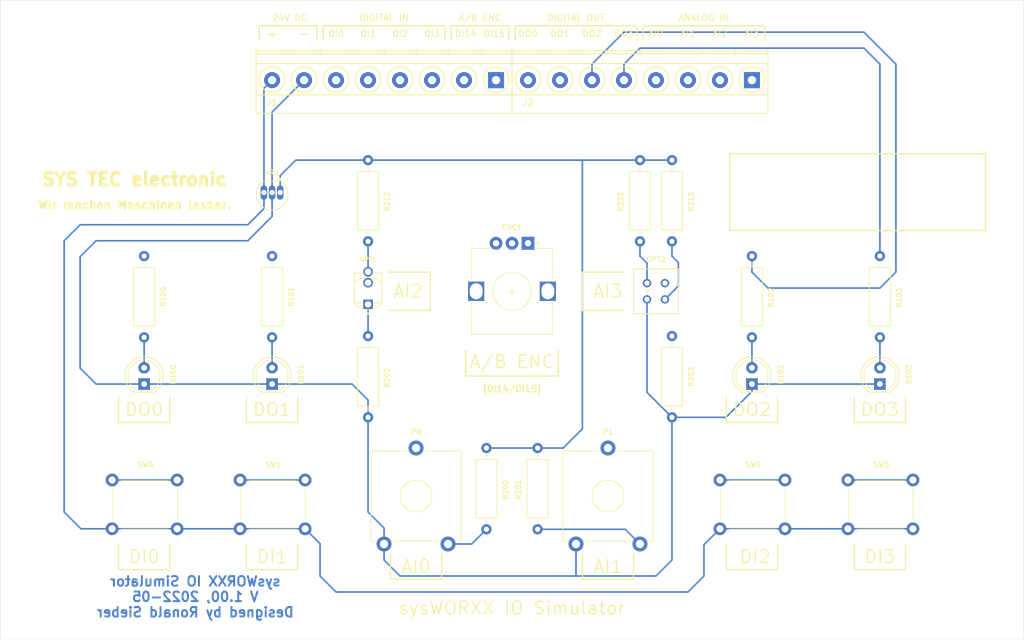
<source format=kicad_pcb>
(kicad_pcb (version 20171130) (host pcbnew "(5.1.5)-1")

  (general
    (thickness 1.6)
    (drawings 101)
    (tracks 183)
    (zones 0)
    (modules 31)
    (nets 27)
  )

  (page A4)
  (layers
    (0 F.Cu signal)
    (1 In1.Cu signal)
    (2 In2.Cu signal)
    (31 B.Cu signal)
    (32 B.Adhes user)
    (33 F.Adhes user)
    (34 B.Paste user)
    (35 F.Paste user)
    (36 B.SilkS user)
    (37 F.SilkS user)
    (38 B.Mask user)
    (39 F.Mask user)
    (40 Dwgs.User user)
    (41 Cmts.User user)
    (42 Eco1.User user)
    (43 Eco2.User user)
    (44 Edge.Cuts user)
    (45 Margin user)
    (46 B.CrtYd user)
    (47 F.CrtYd user)
    (48 B.Fab user)
    (49 F.Fab user)
  )

  (setup
    (last_trace_width 0.25)
    (trace_clearance 0.2)
    (zone_clearance 0.508)
    (zone_45_only no)
    (trace_min 0.2)
    (via_size 0.8)
    (via_drill 0.4)
    (via_min_size 0.4)
    (via_min_drill 0.3)
    (uvia_size 0.3)
    (uvia_drill 0.1)
    (uvias_allowed no)
    (uvia_min_size 0.2)
    (uvia_min_drill 0.1)
    (edge_width 0.05)
    (segment_width 0.2)
    (pcb_text_width 0.3)
    (pcb_text_size 1.5 1.5)
    (mod_edge_width 0.12)
    (mod_text_size 1 1)
    (mod_text_width 0.15)
    (pad_size 1.524 1.524)
    (pad_drill 0.762)
    (pad_to_mask_clearance 0.051)
    (solder_mask_min_width 0.25)
    (aux_axis_origin 0 0)
    (grid_origin 65 40)
    (visible_elements 7FFFFFFF)
    (pcbplotparams
      (layerselection 0x010fc_ffffffff)
      (usegerberextensions false)
      (usegerberattributes false)
      (usegerberadvancedattributes false)
      (creategerberjobfile false)
      (excludeedgelayer true)
      (linewidth 0.100000)
      (plotframeref false)
      (viasonmask false)
      (mode 1)
      (useauxorigin false)
      (hpglpennumber 1)
      (hpglpenspeed 20)
      (hpglpendiameter 15.000000)
      (psnegative false)
      (psa4output false)
      (plotreference true)
      (plotvalue true)
      (plotinvisibletext false)
      (padsonsilk false)
      (subtractmaskfromsilk false)
      (outputformat 1)
      (mirror false)
      (drillshape 1)
      (scaleselection 1)
      (outputdirectory ""))
  )

  (net 0 "")
  (net 1 "Net-(D100-Pad1)")
  (net 2 "Net-(D100-Pad2)")
  (net 3 "Net-(D101-Pad2)")
  (net 4 "Net-(D102-Pad2)")
  (net 5 "Net-(D103-Pad2)")
  (net 6 "Net-(ENC1-PadB)")
  (net 7 "Net-(ENC1-PadC)")
  (net 8 "Net-(ENC1-PadA)")
  (net 9 "Net-(J1-Pad3)")
  (net 10 "Net-(J1-Pad4)")
  (net 11 "Net-(J1-Pad5)")
  (net 12 "Net-(J1-Pad6)")
  (net 13 "Net-(P0-Pad1)")
  (net 14 "Net-(P1-Pad1)")
  (net 15 "Net-(J2-Pad1)")
  (net 16 "Net-(J2-Pad3)")
  (net 17 "Net-(J2-Pad4)")
  (net 18 "Net-(J2-Pad5)")
  (net 19 "Net-(J2-Pad6)")
  (net 20 "Net-(J2-Pad8)")
  (net 21 "Net-(J2-Pad7)")
  (net 22 "Net-(J2-Pad2)")
  (net 23 "Net-(OPT1-Pad2)")
  (net 24 "Net-(OPT2-Pad3)")
  (net 25 "Net-(OPT2-Pad1)")
  (net 26 "Net-(R200-Pad1)")

  (net_class Default "Dies ist die voreingestellte Netzklasse."
    (clearance 0.2)
    (trace_width 0.25)
    (via_dia 0.8)
    (via_drill 0.4)
    (uvia_dia 0.3)
    (uvia_drill 0.1)
    (add_net "Net-(D100-Pad1)")
    (add_net "Net-(D100-Pad2)")
    (add_net "Net-(D101-Pad2)")
    (add_net "Net-(D102-Pad2)")
    (add_net "Net-(D103-Pad2)")
    (add_net "Net-(ENC1-PadA)")
    (add_net "Net-(ENC1-PadB)")
    (add_net "Net-(ENC1-PadC)")
    (add_net "Net-(J1-Pad3)")
    (add_net "Net-(J1-Pad4)")
    (add_net "Net-(J1-Pad5)")
    (add_net "Net-(J1-Pad6)")
    (add_net "Net-(J2-Pad1)")
    (add_net "Net-(J2-Pad2)")
    (add_net "Net-(J2-Pad3)")
    (add_net "Net-(J2-Pad4)")
    (add_net "Net-(J2-Pad5)")
    (add_net "Net-(J2-Pad6)")
    (add_net "Net-(J2-Pad7)")
    (add_net "Net-(J2-Pad8)")
    (add_net "Net-(OPT1-Pad2)")
    (add_net "Net-(OPT2-Pad1)")
    (add_net "Net-(OPT2-Pad3)")
    (add_net "Net-(P0-Pad1)")
    (add_net "Net-(P1-Pad1)")
    (add_net "Net-(R200-Pad1)")
  )

  (module L78L12:TO92 (layer F.Cu) (tedit 628152A0) (tstamp 62801614)
    (at 107.5 70.55)
    (path /62649BEF)
    (fp_text reference VR1 (at 0 -3.5814) (layer F.SilkS)
      (effects (font (size 0.8 0.8) (thickness 0.15)))
    )
    (fp_text value L78L12 (at 0 1.45) (layer F.Fab)
      (effects (font (size 0.64 0.64) (thickness 0.15)))
    )
    (fp_arc (start 0 -0.24) (end -2.73 -0.24) (angle -180) (layer F.CrtYd) (width 0.05))
    (fp_line (start -2.73 -0.24) (end -2.73 -0.238) (layer F.CrtYd) (width 0.05))
    (fp_line (start -2.73 -2.49) (end -2.73 -0.24) (layer F.CrtYd) (width 0.05))
    (fp_line (start 2.73 -0.24) (end 2.73 -0.238) (layer F.CrtYd) (width 0.05))
    (fp_line (start 2.73 -2.49) (end 2.73 -0.24) (layer F.CrtYd) (width 0.05))
    (fp_line (start 2.73 -2.49) (end -2.73 -2.49) (layer F.CrtYd) (width 0.05))
    (fp_line (start 1.458 -2.238) (end -1.458 -2.238) (layer F.SilkS) (width 0.127))
    (fp_arc (start 0 -0.231235) (end -1.458 -2.238) (angle -288) (layer F.SilkS) (width 0.127))
    (fp_arc (start 0 -0.231235) (end -1.458 -2.238) (angle -288) (layer F.Fab) (width 0.127))
    (fp_circle (center 1.27 -2.6) (end 1.17 -2.6) (layer F.SilkS) (width 0.2))
    (fp_circle (center 1.27 -2.6) (end 1.17 -2.6) (layer F.Fab) (width 0.2))
    (fp_line (start 1.458 -2.238) (end -1.458 -2.238) (layer F.Fab) (width 0.127))
    (pad 1 thru_hole oval (at -1.27 -0.48 180) (size 1 2.22) (drill 0.8) (layers *.Cu *.Mask)
      (net 7 "Net-(ENC1-PadC)"))
    (pad 2 thru_hole oval (at 0 -0.48 180) (size 1 2.22) (drill 0.8) (layers *.Cu *.Mask)
      (net 1 "Net-(D100-Pad1)"))
    (pad 3 thru_hole oval (at 1.27 -0.48 180) (size 1 2.22) (drill 0.8) (layers *.Cu *.Mask)
      (net 26 "Net-(R200-Pad1)"))
    (model "$(USRMOD)/L78L12/L78L12.step"
      (offset (xyz 0 0.5 -12))
      (scale (xyz 1 1 1))
      (rotate (xyz -90 0 180))
    )
  )

  (module Mounting_Holes:MountingHole_4mm (layer F.Cu) (tedit 56D1B4CB) (tstamp 6266ED63)
    (at 215 130)
    (descr "Mounting Hole 4mm, no annular")
    (tags "mounting hole 4mm no annular")
    (attr virtual)
    (fp_text reference REF** (at 0 -5) (layer F.SilkS) hide
      (effects (font (size 1 1) (thickness 0.15)))
    )
    (fp_text value MountingHole_4mm (at 0 5) (layer F.Fab) hide
      (effects (font (size 1 1) (thickness 0.15)))
    )
    (fp_circle (center 0 0) (end 4.25 0) (layer F.CrtYd) (width 0.05))
    (fp_circle (center 0 0) (end 4 0) (layer Cmts.User) (width 0.15))
    (fp_text user %R (at 0.3 0) (layer F.Fab) hide
      (effects (font (size 1 1) (thickness 0.15)))
    )
    (pad 1 np_thru_hole circle (at 0 0) (size 4 4) (drill 4) (layers *.Cu *.Mask))
  )

  (module Mounting_Holes:MountingHole_4mm (layer F.Cu) (tedit 56D1B4CB) (tstamp 6266ED63)
    (at 75 130)
    (descr "Mounting Hole 4mm, no annular")
    (tags "mounting hole 4mm no annular")
    (attr virtual)
    (fp_text reference REF** (at 0 -5) (layer F.SilkS) hide
      (effects (font (size 1 1) (thickness 0.15)))
    )
    (fp_text value MountingHole_4mm (at 0 5) (layer F.Fab) hide
      (effects (font (size 1 1) (thickness 0.15)))
    )
    (fp_circle (center 0 0) (end 4.25 0) (layer F.CrtYd) (width 0.05))
    (fp_circle (center 0 0) (end 4 0) (layer Cmts.User) (width 0.15))
    (fp_text user %R (at 0.3 0) (layer F.Fab) hide
      (effects (font (size 1 1) (thickness 0.15)))
    )
    (pad 1 np_thru_hole circle (at 0 0) (size 4 4) (drill 4) (layers *.Cu *.Mask))
  )

  (module Mounting_Holes:MountingHole_4mm (layer F.Cu) (tedit 56D1B4CB) (tstamp 6266ED63)
    (at 215 50)
    (descr "Mounting Hole 4mm, no annular")
    (tags "mounting hole 4mm no annular")
    (attr virtual)
    (fp_text reference REF** (at 0 -5) (layer F.SilkS) hide
      (effects (font (size 1 1) (thickness 0.15)))
    )
    (fp_text value MountingHole_4mm (at 0 5) (layer F.Fab) hide
      (effects (font (size 1 1) (thickness 0.15)))
    )
    (fp_circle (center 0 0) (end 4.25 0) (layer F.CrtYd) (width 0.05))
    (fp_circle (center 0 0) (end 4 0) (layer Cmts.User) (width 0.15))
    (fp_text user %R (at 0.3 0) (layer F.Fab) hide
      (effects (font (size 1 1) (thickness 0.15)))
    )
    (pad 1 np_thru_hole circle (at 0 0) (size 4 4) (drill 4) (layers *.Cu *.Mask))
  )

  (module Mounting_Holes:MountingHole_4mm (layer F.Cu) (tedit 56D1B4CB) (tstamp 6266ED63)
    (at 75 50)
    (descr "Mounting Hole 4mm, no annular")
    (tags "mounting hole 4mm no annular")
    (attr virtual)
    (fp_text reference REF** (at 0 -5) (layer F.SilkS) hide
      (effects (font (size 1 1) (thickness 0.15)))
    )
    (fp_text value MountingHole_4mm (at 0 5) (layer F.Fab) hide
      (effects (font (size 1 1) (thickness 0.15)))
    )
    (fp_circle (center 0 0) (end 4.25 0) (layer F.CrtYd) (width 0.05))
    (fp_circle (center 0 0) (end 4 0) (layer Cmts.User) (width 0.15))
    (fp_text user %R (at 0.3 0) (layer F.Fab) hide
      (effects (font (size 1 1) (thickness 0.15)))
    )
    (pad 1 np_thru_hole circle (at 0 0) (size 4 4) (drill 4) (layers *.Cu *.Mask))
  )

  (module LEDs:LED_D5.0mm (layer F.Cu) (tedit 5995936A) (tstamp 62645CDC)
    (at 87.5 100 90)
    (descr "LED, diameter 5.0mm, 2 pins, http://cdn-reichelt.de/documents/datenblatt/A500/LL-504BC2E-009.pdf")
    (tags "LED diameter 5.0mm 2 pins")
    (path /625B819E)
    (fp_text reference D100 (at 1.5 4.5 270) (layer F.SilkS)
      (effects (font (size 0.8 0.8) (thickness 0.15)))
    )
    (fp_text value DO0 (at 5 -2.5 180) (layer F.Fab)
      (effects (font (size 1 1) (thickness 0.15)))
    )
    (fp_arc (start 1.27 0) (end -1.23 -1.469694) (angle 299.1) (layer F.Fab) (width 0.1))
    (fp_arc (start 1.27 0) (end -1.29 -1.54483) (angle 148.9) (layer F.SilkS) (width 0.12))
    (fp_arc (start 1.27 0) (end -1.29 1.54483) (angle -148.9) (layer F.SilkS) (width 0.12))
    (fp_circle (center 1.27 0) (end 3.77 0) (layer F.Fab) (width 0.1))
    (fp_circle (center 1.27 0) (end 3.77 0) (layer F.SilkS) (width 0.12))
    (fp_line (start -1.23 -1.469694) (end -1.23 1.469694) (layer F.Fab) (width 0.1))
    (fp_line (start -1.29 -1.545) (end -1.29 1.545) (layer F.SilkS) (width 0.12))
    (fp_line (start -1.95 -3.25) (end -1.95 3.25) (layer F.CrtYd) (width 0.05))
    (fp_line (start -1.95 3.25) (end 4.5 3.25) (layer F.CrtYd) (width 0.05))
    (fp_line (start 4.5 3.25) (end 4.5 -3.25) (layer F.CrtYd) (width 0.05))
    (fp_line (start 4.5 -3.25) (end -1.95 -3.25) (layer F.CrtYd) (width 0.05))
    (fp_text user %R (at 1.25 0 90) (layer F.Fab)
      (effects (font (size 0.8 0.8) (thickness 0.2)))
    )
    (pad 1 thru_hole rect (at 0 0 90) (size 1.8 1.8) (drill 0.9) (layers *.Cu *.Mask)
      (net 1 "Net-(D100-Pad1)"))
    (pad 2 thru_hole circle (at 2.54 0 90) (size 1.8 1.8) (drill 0.9) (layers *.Cu *.Mask)
      (net 2 "Net-(D100-Pad2)"))
    (model ${KISYS3DMOD}/LED_THT.3dshapes/LED_D5.0mm.wrl
      (at (xyz 0 0 0))
      (scale (xyz 1 1 1))
      (rotate (xyz 0 0 0))
    )
  )

  (module LEDs:LED_D5.0mm (layer F.Cu) (tedit 5995936A) (tstamp 62645CEE)
    (at 107.5 100 90)
    (descr "LED, diameter 5.0mm, 2 pins, http://cdn-reichelt.de/documents/datenblatt/A500/LL-504BC2E-009.pdf")
    (tags "LED diameter 5.0mm 2 pins")
    (path /625E3A1C)
    (fp_text reference D101 (at 1.5 4.5 90) (layer F.SilkS)
      (effects (font (size 0.8 0.8) (thickness 0.15)))
    )
    (fp_text value DO1 (at 5 -2.5 180) (layer F.Fab)
      (effects (font (size 1 1) (thickness 0.15)))
    )
    (fp_text user %R (at 1.25 0 90) (layer F.Fab)
      (effects (font (size 0.8 0.8) (thickness 0.2)))
    )
    (fp_line (start 4.5 -3.25) (end -1.95 -3.25) (layer F.CrtYd) (width 0.05))
    (fp_line (start 4.5 3.25) (end 4.5 -3.25) (layer F.CrtYd) (width 0.05))
    (fp_line (start -1.95 3.25) (end 4.5 3.25) (layer F.CrtYd) (width 0.05))
    (fp_line (start -1.95 -3.25) (end -1.95 3.25) (layer F.CrtYd) (width 0.05))
    (fp_line (start -1.29 -1.545) (end -1.29 1.545) (layer F.SilkS) (width 0.12))
    (fp_line (start -1.23 -1.469694) (end -1.23 1.469694) (layer F.Fab) (width 0.1))
    (fp_circle (center 1.27 0) (end 3.77 0) (layer F.SilkS) (width 0.12))
    (fp_circle (center 1.27 0) (end 3.77 0) (layer F.Fab) (width 0.1))
    (fp_arc (start 1.27 0) (end -1.29 1.54483) (angle -148.9) (layer F.SilkS) (width 0.12))
    (fp_arc (start 1.27 0) (end -1.29 -1.54483) (angle 148.9) (layer F.SilkS) (width 0.12))
    (fp_arc (start 1.27 0) (end -1.23 -1.469694) (angle 299.1) (layer F.Fab) (width 0.1))
    (pad 2 thru_hole circle (at 2.54 0 90) (size 1.8 1.8) (drill 0.9) (layers *.Cu *.Mask)
      (net 3 "Net-(D101-Pad2)"))
    (pad 1 thru_hole rect (at 0 0 90) (size 1.8 1.8) (drill 0.9) (layers *.Cu *.Mask)
      (net 1 "Net-(D100-Pad1)"))
    (model ${KISYS3DMOD}/LED_THT.3dshapes/LED_D5.0mm.wrl
      (at (xyz 0 0 0))
      (scale (xyz 1 1 1))
      (rotate (xyz 0 0 0))
    )
  )

  (module LEDs:LED_D5.0mm (layer F.Cu) (tedit 5995936A) (tstamp 62645D00)
    (at 182.5 100 90)
    (descr "LED, diameter 5.0mm, 2 pins, http://cdn-reichelt.de/documents/datenblatt/A500/LL-504BC2E-009.pdf")
    (tags "LED diameter 5.0mm 2 pins")
    (path /625E65A0)
    (fp_text reference D102 (at 1.5 4.5 90) (layer F.SilkS)
      (effects (font (size 0.8 0.8) (thickness 0.15)))
    )
    (fp_text value DO2 (at 5 -2.5 180) (layer F.Fab)
      (effects (font (size 1 1) (thickness 0.15)))
    )
    (fp_arc (start 1.27 0) (end -1.23 -1.469694) (angle 299.1) (layer F.Fab) (width 0.1))
    (fp_arc (start 1.27 0) (end -1.29 -1.54483) (angle 148.9) (layer F.SilkS) (width 0.12))
    (fp_arc (start 1.27 0) (end -1.29 1.54483) (angle -148.9) (layer F.SilkS) (width 0.12))
    (fp_circle (center 1.27 0) (end 3.77 0) (layer F.Fab) (width 0.1))
    (fp_circle (center 1.27 0) (end 3.77 0) (layer F.SilkS) (width 0.12))
    (fp_line (start -1.23 -1.469694) (end -1.23 1.469694) (layer F.Fab) (width 0.1))
    (fp_line (start -1.29 -1.545) (end -1.29 1.545) (layer F.SilkS) (width 0.12))
    (fp_line (start -1.95 -3.25) (end -1.95 3.25) (layer F.CrtYd) (width 0.05))
    (fp_line (start -1.95 3.25) (end 4.5 3.25) (layer F.CrtYd) (width 0.05))
    (fp_line (start 4.5 3.25) (end 4.5 -3.25) (layer F.CrtYd) (width 0.05))
    (fp_line (start 4.5 -3.25) (end -1.95 -3.25) (layer F.CrtYd) (width 0.05))
    (fp_text user %R (at 1.25 0 90) (layer F.Fab)
      (effects (font (size 0.8 0.8) (thickness 0.2)))
    )
    (pad 1 thru_hole rect (at 0 0 90) (size 1.8 1.8) (drill 0.9) (layers *.Cu *.Mask)
      (net 1 "Net-(D100-Pad1)"))
    (pad 2 thru_hole circle (at 2.54 0 90) (size 1.8 1.8) (drill 0.9) (layers *.Cu *.Mask)
      (net 4 "Net-(D102-Pad2)"))
    (model ${KISYS3DMOD}/LED_THT.3dshapes/LED_D5.0mm.wrl
      (at (xyz 0 0 0))
      (scale (xyz 1 1 1))
      (rotate (xyz 0 0 0))
    )
  )

  (module LEDs:LED_D5.0mm (layer F.Cu) (tedit 5995936A) (tstamp 62645D12)
    (at 202.5 100 90)
    (descr "LED, diameter 5.0mm, 2 pins, http://cdn-reichelt.de/documents/datenblatt/A500/LL-504BC2E-009.pdf")
    (tags "LED diameter 5.0mm 2 pins")
    (path /625E77DC)
    (fp_text reference D103 (at 1.5 4.5 90) (layer F.SilkS)
      (effects (font (size 0.8 0.8) (thickness 0.15)))
    )
    (fp_text value DO3 (at 5 -2.5 180) (layer F.Fab)
      (effects (font (size 1 1) (thickness 0.15)))
    )
    (fp_text user %R (at 1.25 0 90) (layer F.Fab)
      (effects (font (size 0.8 0.8) (thickness 0.2)))
    )
    (fp_line (start 4.5 -3.25) (end -1.95 -3.25) (layer F.CrtYd) (width 0.05))
    (fp_line (start 4.5 3.25) (end 4.5 -3.25) (layer F.CrtYd) (width 0.05))
    (fp_line (start -1.95 3.25) (end 4.5 3.25) (layer F.CrtYd) (width 0.05))
    (fp_line (start -1.95 -3.25) (end -1.95 3.25) (layer F.CrtYd) (width 0.05))
    (fp_line (start -1.29 -1.545) (end -1.29 1.545) (layer F.SilkS) (width 0.12))
    (fp_line (start -1.23 -1.469694) (end -1.23 1.469694) (layer F.Fab) (width 0.1))
    (fp_circle (center 1.27 0) (end 3.77 0) (layer F.SilkS) (width 0.12))
    (fp_circle (center 1.27 0) (end 3.77 0) (layer F.Fab) (width 0.1))
    (fp_arc (start 1.27 0) (end -1.29 1.54483) (angle -148.9) (layer F.SilkS) (width 0.12))
    (fp_arc (start 1.27 0) (end -1.29 -1.54483) (angle 148.9) (layer F.SilkS) (width 0.12))
    (fp_arc (start 1.27 0) (end -1.23 -1.469694) (angle 299.1) (layer F.Fab) (width 0.1))
    (pad 2 thru_hole circle (at 2.54 0 90) (size 1.8 1.8) (drill 0.9) (layers *.Cu *.Mask)
      (net 5 "Net-(D103-Pad2)"))
    (pad 1 thru_hole rect (at 0 0 90) (size 1.8 1.8) (drill 0.9) (layers *.Cu *.Mask)
      (net 1 "Net-(D100-Pad1)"))
    (model ${KISYS3DMOD}/LED_THT.3dshapes/LED_D5.0mm.wrl
      (at (xyz 0 0 0))
      (scale (xyz 1 1 1))
      (rotate (xyz 0 0 0))
    )
  )

  (module Resistors_THT:R_Axial_DIN0309_L9.0mm_D3.2mm_P12.70mm_Horizontal (layer F.Cu) (tedit 5874F706) (tstamp 62645DDE)
    (at 87.5 80 270)
    (descr "Resistor, Axial_DIN0309 series, Axial, Horizontal, pin pitch=12.7mm, 0.5W = 1/2W, length*diameter=9*3.2mm^2, http://cdn-reichelt.de/documents/datenblatt/B400/1_4W%23YAG.pdf")
    (tags "Resistor Axial_DIN0309 series Axial Horizontal pin pitch 12.7mm 0.5W = 1/2W length 9mm diameter 3.2mm")
    (path /625C2E54)
    (fp_text reference R100 (at 6.35 -3 90) (layer F.SilkS)
      (effects (font (size 0.8 0.8) (thickness 0.15)))
    )
    (fp_text value 2k4 (at 4.5 0 90) (layer F.Fab)
      (effects (font (size 1 1) (thickness 0.15)))
    )
    (fp_line (start 1.85 -1.6) (end 1.85 1.6) (layer F.Fab) (width 0.1))
    (fp_line (start 1.85 1.6) (end 10.85 1.6) (layer F.Fab) (width 0.1))
    (fp_line (start 10.85 1.6) (end 10.85 -1.6) (layer F.Fab) (width 0.1))
    (fp_line (start 10.85 -1.6) (end 1.85 -1.6) (layer F.Fab) (width 0.1))
    (fp_line (start 0 0) (end 1.85 0) (layer F.Fab) (width 0.1))
    (fp_line (start 12.7 0) (end 10.85 0) (layer F.Fab) (width 0.1))
    (fp_line (start 1.79 -1.66) (end 1.79 1.66) (layer F.SilkS) (width 0.12))
    (fp_line (start 1.79 1.66) (end 10.91 1.66) (layer F.SilkS) (width 0.12))
    (fp_line (start 10.91 1.66) (end 10.91 -1.66) (layer F.SilkS) (width 0.12))
    (fp_line (start 10.91 -1.66) (end 1.79 -1.66) (layer F.SilkS) (width 0.12))
    (fp_line (start 0.98 0) (end 1.79 0) (layer F.SilkS) (width 0.12))
    (fp_line (start 11.72 0) (end 10.91 0) (layer F.SilkS) (width 0.12))
    (fp_line (start -1.05 -1.95) (end -1.05 1.95) (layer F.CrtYd) (width 0.05))
    (fp_line (start -1.05 1.95) (end 13.75 1.95) (layer F.CrtYd) (width 0.05))
    (fp_line (start 13.75 1.95) (end 13.75 -1.95) (layer F.CrtYd) (width 0.05))
    (fp_line (start 13.75 -1.95) (end -1.05 -1.95) (layer F.CrtYd) (width 0.05))
    (pad 1 thru_hole circle (at 0 0 270) (size 1.6 1.6) (drill 0.8) (layers *.Cu *.Mask)
      (net 20 "Net-(J2-Pad8)"))
    (pad 2 thru_hole oval (at 12.7 0 270) (size 1.6 1.6) (drill 0.8) (layers *.Cu *.Mask)
      (net 2 "Net-(D100-Pad2)"))
    (model ${KISYS3DMOD}/Resistor_THT.3dshapes/R_Axial_DIN0309_L9.0mm_D3.2mm_P12.70mm_Horizontal.wrl
      (at (xyz 0 0 0))
      (scale (xyz 1 1 1))
      (rotate (xyz 0 0 0))
    )
  )

  (module Resistors_THT:R_Axial_DIN0309_L9.0mm_D3.2mm_P12.70mm_Horizontal (layer F.Cu) (tedit 5874F706) (tstamp 62645DF4)
    (at 107.5 80 270)
    (descr "Resistor, Axial_DIN0309 series, Axial, Horizontal, pin pitch=12.7mm, 0.5W = 1/2W, length*diameter=9*3.2mm^2, http://cdn-reichelt.de/documents/datenblatt/B400/1_4W%23YAG.pdf")
    (tags "Resistor Axial_DIN0309 series Axial Horizontal pin pitch 12.7mm 0.5W = 1/2W length 9mm diameter 3.2mm")
    (path /625E3A26)
    (fp_text reference R101 (at 6.35 -3 90) (layer F.SilkS)
      (effects (font (size 0.8 0.8) (thickness 0.15)))
    )
    (fp_text value 2k4 (at 8.5 0 90) (layer F.Fab)
      (effects (font (size 1 1) (thickness 0.15)))
    )
    (fp_line (start 13.75 -1.95) (end -1.05 -1.95) (layer F.CrtYd) (width 0.05))
    (fp_line (start 13.75 1.95) (end 13.75 -1.95) (layer F.CrtYd) (width 0.05))
    (fp_line (start -1.05 1.95) (end 13.75 1.95) (layer F.CrtYd) (width 0.05))
    (fp_line (start -1.05 -1.95) (end -1.05 1.95) (layer F.CrtYd) (width 0.05))
    (fp_line (start 11.72 0) (end 10.91 0) (layer F.SilkS) (width 0.12))
    (fp_line (start 0.98 0) (end 1.79 0) (layer F.SilkS) (width 0.12))
    (fp_line (start 10.91 -1.66) (end 1.79 -1.66) (layer F.SilkS) (width 0.12))
    (fp_line (start 10.91 1.66) (end 10.91 -1.66) (layer F.SilkS) (width 0.12))
    (fp_line (start 1.79 1.66) (end 10.91 1.66) (layer F.SilkS) (width 0.12))
    (fp_line (start 1.79 -1.66) (end 1.79 1.66) (layer F.SilkS) (width 0.12))
    (fp_line (start 12.7 0) (end 10.85 0) (layer F.Fab) (width 0.1))
    (fp_line (start 0 0) (end 1.85 0) (layer F.Fab) (width 0.1))
    (fp_line (start 10.85 -1.6) (end 1.85 -1.6) (layer F.Fab) (width 0.1))
    (fp_line (start 10.85 1.6) (end 10.85 -1.6) (layer F.Fab) (width 0.1))
    (fp_line (start 1.85 1.6) (end 10.85 1.6) (layer F.Fab) (width 0.1))
    (fp_line (start 1.85 -1.6) (end 1.85 1.6) (layer F.Fab) (width 0.1))
    (pad 2 thru_hole oval (at 12.7 0 270) (size 1.6 1.6) (drill 0.8) (layers *.Cu *.Mask)
      (net 3 "Net-(D101-Pad2)"))
    (pad 1 thru_hole circle (at 0 0 270) (size 1.6 1.6) (drill 0.8) (layers *.Cu *.Mask)
      (net 21 "Net-(J2-Pad7)"))
    (model ${KISYS3DMOD}/Resistor_THT.3dshapes/R_Axial_DIN0309_L9.0mm_D3.2mm_P12.70mm_Horizontal.wrl
      (at (xyz 0 0 0))
      (scale (xyz 1 1 1))
      (rotate (xyz 0 0 0))
    )
  )

  (module Resistors_THT:R_Axial_DIN0309_L9.0mm_D3.2mm_P12.70mm_Horizontal (layer F.Cu) (tedit 5874F706) (tstamp 62645E0A)
    (at 182.5 80 270)
    (descr "Resistor, Axial_DIN0309 series, Axial, Horizontal, pin pitch=12.7mm, 0.5W = 1/2W, length*diameter=9*3.2mm^2, http://cdn-reichelt.de/documents/datenblatt/B400/1_4W%23YAG.pdf")
    (tags "Resistor Axial_DIN0309 series Axial Horizontal pin pitch 12.7mm 0.5W = 1/2W length 9mm diameter 3.2mm")
    (path /625E65A6)
    (fp_text reference R102 (at 6.5 -3 90) (layer F.SilkS)
      (effects (font (size 0.8 0.8) (thickness 0.15)))
    )
    (fp_text value 2k4 (at 6.35 0 90) (layer F.Fab)
      (effects (font (size 1 1) (thickness 0.15)))
    )
    (fp_line (start 13.75 -1.95) (end -1.05 -1.95) (layer F.CrtYd) (width 0.05))
    (fp_line (start 13.75 1.95) (end 13.75 -1.95) (layer F.CrtYd) (width 0.05))
    (fp_line (start -1.05 1.95) (end 13.75 1.95) (layer F.CrtYd) (width 0.05))
    (fp_line (start -1.05 -1.95) (end -1.05 1.95) (layer F.CrtYd) (width 0.05))
    (fp_line (start 11.72 0) (end 10.91 0) (layer F.SilkS) (width 0.12))
    (fp_line (start 0.98 0) (end 1.79 0) (layer F.SilkS) (width 0.12))
    (fp_line (start 10.91 -1.66) (end 1.79 -1.66) (layer F.SilkS) (width 0.12))
    (fp_line (start 10.91 1.66) (end 10.91 -1.66) (layer F.SilkS) (width 0.12))
    (fp_line (start 1.79 1.66) (end 10.91 1.66) (layer F.SilkS) (width 0.12))
    (fp_line (start 1.79 -1.66) (end 1.79 1.66) (layer F.SilkS) (width 0.12))
    (fp_line (start 12.7 0) (end 10.85 0) (layer F.Fab) (width 0.1))
    (fp_line (start 0 0) (end 1.85 0) (layer F.Fab) (width 0.1))
    (fp_line (start 10.85 -1.6) (end 1.85 -1.6) (layer F.Fab) (width 0.1))
    (fp_line (start 10.85 1.6) (end 10.85 -1.6) (layer F.Fab) (width 0.1))
    (fp_line (start 1.85 1.6) (end 10.85 1.6) (layer F.Fab) (width 0.1))
    (fp_line (start 1.85 -1.6) (end 1.85 1.6) (layer F.Fab) (width 0.1))
    (pad 2 thru_hole oval (at 12.7 0 270) (size 1.6 1.6) (drill 0.8) (layers *.Cu *.Mask)
      (net 4 "Net-(D102-Pad2)"))
    (pad 1 thru_hole circle (at 0 0 270) (size 1.6 1.6) (drill 0.8) (layers *.Cu *.Mask)
      (net 19 "Net-(J2-Pad6)"))
    (model ${KISYS3DMOD}/Resistor_THT.3dshapes/R_Axial_DIN0309_L9.0mm_D3.2mm_P12.70mm_Horizontal.wrl
      (at (xyz 0 0 0))
      (scale (xyz 1 1 1))
      (rotate (xyz 0 0 0))
    )
  )

  (module Resistors_THT:R_Axial_DIN0309_L9.0mm_D3.2mm_P12.70mm_Horizontal (layer F.Cu) (tedit 5874F706) (tstamp 62645E20)
    (at 202.5 80 270)
    (descr "Resistor, Axial_DIN0309 series, Axial, Horizontal, pin pitch=12.7mm, 0.5W = 1/2W, length*diameter=9*3.2mm^2, http://cdn-reichelt.de/documents/datenblatt/B400/1_4W%23YAG.pdf")
    (tags "Resistor Axial_DIN0309 series Axial Horizontal pin pitch 12.7mm 0.5W = 1/2W length 9mm diameter 3.2mm")
    (path /625E77E2)
    (fp_text reference R103 (at 6.5 -3 90) (layer F.SilkS)
      (effects (font (size 0.8 0.8) (thickness 0.15)))
    )
    (fp_text value 4k7 (at 6.5 0 90) (layer F.Fab)
      (effects (font (size 1 1) (thickness 0.15)))
    )
    (fp_line (start 13.75 -1.95) (end -1.05 -1.95) (layer F.CrtYd) (width 0.05))
    (fp_line (start 13.75 1.95) (end 13.75 -1.95) (layer F.CrtYd) (width 0.05))
    (fp_line (start -1.05 1.95) (end 13.75 1.95) (layer F.CrtYd) (width 0.05))
    (fp_line (start -1.05 -1.95) (end -1.05 1.95) (layer F.CrtYd) (width 0.05))
    (fp_line (start 11.72 0) (end 10.91 0) (layer F.SilkS) (width 0.12))
    (fp_line (start 0.98 0) (end 1.79 0) (layer F.SilkS) (width 0.12))
    (fp_line (start 10.91 -1.66) (end 1.79 -1.66) (layer F.SilkS) (width 0.12))
    (fp_line (start 10.91 1.66) (end 10.91 -1.66) (layer F.SilkS) (width 0.12))
    (fp_line (start 1.79 1.66) (end 10.91 1.66) (layer F.SilkS) (width 0.12))
    (fp_line (start 1.79 -1.66) (end 1.79 1.66) (layer F.SilkS) (width 0.12))
    (fp_line (start 12.7 0) (end 10.85 0) (layer F.Fab) (width 0.1))
    (fp_line (start 0 0) (end 1.85 0) (layer F.Fab) (width 0.1))
    (fp_line (start 10.85 -1.6) (end 1.85 -1.6) (layer F.Fab) (width 0.1))
    (fp_line (start 10.85 1.6) (end 10.85 -1.6) (layer F.Fab) (width 0.1))
    (fp_line (start 1.85 1.6) (end 10.85 1.6) (layer F.Fab) (width 0.1))
    (fp_line (start 1.85 -1.6) (end 1.85 1.6) (layer F.Fab) (width 0.1))
    (pad 2 thru_hole oval (at 12.7 0 270) (size 1.6 1.6) (drill 0.8) (layers *.Cu *.Mask)
      (net 5 "Net-(D103-Pad2)"))
    (pad 1 thru_hole circle (at 0 0 270) (size 1.6 1.6) (drill 0.8) (layers *.Cu *.Mask)
      (net 18 "Net-(J2-Pad5)"))
    (model ${KISYS3DMOD}/Resistor_THT.3dshapes/R_Axial_DIN0309_L9.0mm_D3.2mm_P12.70mm_Horizontal.wrl
      (at (xyz 0 0 0))
      (scale (xyz 1 1 1))
      (rotate (xyz 0 0 0))
    )
  )

  (module Resistors_THT:R_Axial_DIN0309_L9.0mm_D3.2mm_P12.70mm_Horizontal (layer F.Cu) (tedit 5874F706) (tstamp 6280114E)
    (at 141 110 270)
    (descr "Resistor, Axial_DIN0309 series, Axial, Horizontal, pin pitch=12.7mm, 0.5W = 1/2W, length*diameter=9*3.2mm^2, http://cdn-reichelt.de/documents/datenblatt/B400/1_4W%23YAG.pdf")
    (tags "Resistor Axial_DIN0309 series Axial Horizontal pin pitch 12.7mm 0.5W = 1/2W length 9mm diameter 3.2mm")
    (path /62601C9A)
    (fp_text reference R200 (at 6.5 -3 90) (layer F.SilkS)
      (effects (font (size 0.8 0.8) (thickness 0.15)))
    )
    (fp_text value 1k (at 6.5 0 270) (layer F.Fab)
      (effects (font (size 1 1) (thickness 0.15)))
    )
    (fp_line (start 1.85 -1.6) (end 1.85 1.6) (layer F.Fab) (width 0.1))
    (fp_line (start 1.85 1.6) (end 10.85 1.6) (layer F.Fab) (width 0.1))
    (fp_line (start 10.85 1.6) (end 10.85 -1.6) (layer F.Fab) (width 0.1))
    (fp_line (start 10.85 -1.6) (end 1.85 -1.6) (layer F.Fab) (width 0.1))
    (fp_line (start 0 0) (end 1.85 0) (layer F.Fab) (width 0.1))
    (fp_line (start 12.7 0) (end 10.85 0) (layer F.Fab) (width 0.1))
    (fp_line (start 1.79 -1.66) (end 1.79 1.66) (layer F.SilkS) (width 0.12))
    (fp_line (start 1.79 1.66) (end 10.91 1.66) (layer F.SilkS) (width 0.12))
    (fp_line (start 10.91 1.66) (end 10.91 -1.66) (layer F.SilkS) (width 0.12))
    (fp_line (start 10.91 -1.66) (end 1.79 -1.66) (layer F.SilkS) (width 0.12))
    (fp_line (start 0.98 0) (end 1.79 0) (layer F.SilkS) (width 0.12))
    (fp_line (start 11.72 0) (end 10.91 0) (layer F.SilkS) (width 0.12))
    (fp_line (start -1.05 -1.95) (end -1.05 1.95) (layer F.CrtYd) (width 0.05))
    (fp_line (start -1.05 1.95) (end 13.75 1.95) (layer F.CrtYd) (width 0.05))
    (fp_line (start 13.75 1.95) (end 13.75 -1.95) (layer F.CrtYd) (width 0.05))
    (fp_line (start 13.75 -1.95) (end -1.05 -1.95) (layer F.CrtYd) (width 0.05))
    (pad 1 thru_hole circle (at 0 0 270) (size 1.6 1.6) (drill 0.8) (layers *.Cu *.Mask)
      (net 26 "Net-(R200-Pad1)"))
    (pad 2 thru_hole oval (at 12.7 0 270) (size 1.6 1.6) (drill 0.8) (layers *.Cu *.Mask)
      (net 13 "Net-(P0-Pad1)"))
    (model ${KISYS3DMOD}/Resistor_THT.3dshapes/R_Axial_DIN0309_L9.0mm_D3.2mm_P12.70mm_Horizontal.wrl
      (at (xyz 0 0 0))
      (scale (xyz 1 1 1))
      (rotate (xyz 0 0 0))
    )
  )

  (module Resistors_THT:R_Axial_DIN0309_L9.0mm_D3.2mm_P12.70mm_Horizontal (layer F.Cu) (tedit 5874F706) (tstamp 62801211)
    (at 149 110 270)
    (descr "Resistor, Axial_DIN0309 series, Axial, Horizontal, pin pitch=12.7mm, 0.5W = 1/2W, length*diameter=9*3.2mm^2, http://cdn-reichelt.de/documents/datenblatt/B400/1_4W%23YAG.pdf")
    (tags "Resistor Axial_DIN0309 series Axial Horizontal pin pitch 12.7mm 0.5W = 1/2W length 9mm diameter 3.2mm")
    (path /62609562)
    (fp_text reference R201 (at 6.5 3 90) (layer F.SilkS)
      (effects (font (size 0.8 0.8) (thickness 0.15)))
    )
    (fp_text value 1k (at 6.5 0 90) (layer F.Fab)
      (effects (font (size 1 1) (thickness 0.15)))
    )
    (fp_line (start 13.75 -1.95) (end -1.05 -1.95) (layer F.CrtYd) (width 0.05))
    (fp_line (start 13.75 1.95) (end 13.75 -1.95) (layer F.CrtYd) (width 0.05))
    (fp_line (start -1.05 1.95) (end 13.75 1.95) (layer F.CrtYd) (width 0.05))
    (fp_line (start -1.05 -1.95) (end -1.05 1.95) (layer F.CrtYd) (width 0.05))
    (fp_line (start 11.72 0) (end 10.91 0) (layer F.SilkS) (width 0.12))
    (fp_line (start 0.98 0) (end 1.79 0) (layer F.SilkS) (width 0.12))
    (fp_line (start 10.91 -1.66) (end 1.79 -1.66) (layer F.SilkS) (width 0.12))
    (fp_line (start 10.91 1.66) (end 10.91 -1.66) (layer F.SilkS) (width 0.12))
    (fp_line (start 1.79 1.66) (end 10.91 1.66) (layer F.SilkS) (width 0.12))
    (fp_line (start 1.79 -1.66) (end 1.79 1.66) (layer F.SilkS) (width 0.12))
    (fp_line (start 12.7 0) (end 10.85 0) (layer F.Fab) (width 0.1))
    (fp_line (start 0 0) (end 1.85 0) (layer F.Fab) (width 0.1))
    (fp_line (start 10.85 -1.6) (end 1.85 -1.6) (layer F.Fab) (width 0.1))
    (fp_line (start 10.85 1.6) (end 10.85 -1.6) (layer F.Fab) (width 0.1))
    (fp_line (start 1.85 1.6) (end 10.85 1.6) (layer F.Fab) (width 0.1))
    (fp_line (start 1.85 -1.6) (end 1.85 1.6) (layer F.Fab) (width 0.1))
    (pad 2 thru_hole oval (at 12.7 0 270) (size 1.6 1.6) (drill 0.8) (layers *.Cu *.Mask)
      (net 14 "Net-(P1-Pad1)"))
    (pad 1 thru_hole circle (at 0 0 270) (size 1.6 1.6) (drill 0.8) (layers *.Cu *.Mask)
      (net 26 "Net-(R200-Pad1)"))
    (model ${KISYS3DMOD}/Resistor_THT.3dshapes/R_Axial_DIN0309_L9.0mm_D3.2mm_P12.70mm_Horizontal.wrl
      (at (xyz 0 0 0))
      (scale (xyz 1 1 1))
      (rotate (xyz 0 0 0))
    )
  )

  (module Resistors_THT:R_Axial_DIN0309_L9.0mm_D3.2mm_P12.70mm_Horizontal (layer F.Cu) (tedit 5874F706) (tstamp 62645E62)
    (at 122.5 92.5 270)
    (descr "Resistor, Axial_DIN0309 series, Axial, Horizontal, pin pitch=12.7mm, 0.5W = 1/2W, length*diameter=9*3.2mm^2, http://cdn-reichelt.de/documents/datenblatt/B400/1_4W%23YAG.pdf")
    (tags "Resistor Axial_DIN0309 series Axial Horizontal pin pitch 12.7mm 0.5W = 1/2W length 9mm diameter 3.2mm")
    (path /625D0F4E)
    (fp_text reference R202 (at 6.5 -3 90) (layer F.SilkS)
      (effects (font (size 0.8 0.8) (thickness 0.15)))
    )
    (fp_text value 20k (at 6.5 0 90) (layer F.Fab)
      (effects (font (size 1 1) (thickness 0.15)))
    )
    (fp_line (start 13.75 -1.95) (end -1.05 -1.95) (layer F.CrtYd) (width 0.05))
    (fp_line (start 13.75 1.95) (end 13.75 -1.95) (layer F.CrtYd) (width 0.05))
    (fp_line (start -1.05 1.95) (end 13.75 1.95) (layer F.CrtYd) (width 0.05))
    (fp_line (start -1.05 -1.95) (end -1.05 1.95) (layer F.CrtYd) (width 0.05))
    (fp_line (start 11.72 0) (end 10.91 0) (layer F.SilkS) (width 0.12))
    (fp_line (start 0.98 0) (end 1.79 0) (layer F.SilkS) (width 0.12))
    (fp_line (start 10.91 -1.66) (end 1.79 -1.66) (layer F.SilkS) (width 0.12))
    (fp_line (start 10.91 1.66) (end 10.91 -1.66) (layer F.SilkS) (width 0.12))
    (fp_line (start 1.79 1.66) (end 10.91 1.66) (layer F.SilkS) (width 0.12))
    (fp_line (start 1.79 -1.66) (end 1.79 1.66) (layer F.SilkS) (width 0.12))
    (fp_line (start 12.7 0) (end 10.85 0) (layer F.Fab) (width 0.1))
    (fp_line (start 0 0) (end 1.85 0) (layer F.Fab) (width 0.1))
    (fp_line (start 10.85 -1.6) (end 1.85 -1.6) (layer F.Fab) (width 0.1))
    (fp_line (start 10.85 1.6) (end 10.85 -1.6) (layer F.Fab) (width 0.1))
    (fp_line (start 1.85 1.6) (end 10.85 1.6) (layer F.Fab) (width 0.1))
    (fp_line (start 1.85 -1.6) (end 1.85 1.6) (layer F.Fab) (width 0.1))
    (pad 2 thru_hole oval (at 12.7 0 270) (size 1.6 1.6) (drill 0.8) (layers *.Cu *.Mask)
      (net 1 "Net-(D100-Pad1)"))
    (pad 1 thru_hole circle (at 0 0 270) (size 1.6 1.6) (drill 0.8) (layers *.Cu *.Mask)
      (net 22 "Net-(J2-Pad2)"))
    (model ${KISYS3DMOD}/Resistor_THT.3dshapes/R_Axial_DIN0309_L9.0mm_D3.2mm_P12.70mm_Horizontal.wrl
      (at (xyz 0 0 0))
      (scale (xyz 1 1 1))
      (rotate (xyz 0 0 0))
    )
  )

  (module Resistors_THT:R_Axial_DIN0309_L9.0mm_D3.2mm_P12.70mm_Horizontal (layer F.Cu) (tedit 5874F706) (tstamp 62645E78)
    (at 170 92.5 270)
    (descr "Resistor, Axial_DIN0309 series, Axial, Horizontal, pin pitch=12.7mm, 0.5W = 1/2W, length*diameter=9*3.2mm^2, http://cdn-reichelt.de/documents/datenblatt/B400/1_4W%23YAG.pdf")
    (tags "Resistor Axial_DIN0309 series Axial Horizontal pin pitch 12.7mm 0.5W = 1/2W length 9mm diameter 3.2mm")
    (path /6263E334)
    (fp_text reference R203 (at 6.35 -3 90) (layer F.SilkS)
      (effects (font (size 0.8 0.8) (thickness 0.15)))
    )
    (fp_text value 47k (at 6.35 0 90) (layer F.Fab)
      (effects (font (size 1 1) (thickness 0.15)))
    )
    (fp_line (start 1.85 -1.6) (end 1.85 1.6) (layer F.Fab) (width 0.1))
    (fp_line (start 1.85 1.6) (end 10.85 1.6) (layer F.Fab) (width 0.1))
    (fp_line (start 10.85 1.6) (end 10.85 -1.6) (layer F.Fab) (width 0.1))
    (fp_line (start 10.85 -1.6) (end 1.85 -1.6) (layer F.Fab) (width 0.1))
    (fp_line (start 0 0) (end 1.85 0) (layer F.Fab) (width 0.1))
    (fp_line (start 12.7 0) (end 10.85 0) (layer F.Fab) (width 0.1))
    (fp_line (start 1.79 -1.66) (end 1.79 1.66) (layer F.SilkS) (width 0.12))
    (fp_line (start 1.79 1.66) (end 10.91 1.66) (layer F.SilkS) (width 0.12))
    (fp_line (start 10.91 1.66) (end 10.91 -1.66) (layer F.SilkS) (width 0.12))
    (fp_line (start 10.91 -1.66) (end 1.79 -1.66) (layer F.SilkS) (width 0.12))
    (fp_line (start 0.98 0) (end 1.79 0) (layer F.SilkS) (width 0.12))
    (fp_line (start 11.72 0) (end 10.91 0) (layer F.SilkS) (width 0.12))
    (fp_line (start -1.05 -1.95) (end -1.05 1.95) (layer F.CrtYd) (width 0.05))
    (fp_line (start -1.05 1.95) (end 13.75 1.95) (layer F.CrtYd) (width 0.05))
    (fp_line (start 13.75 1.95) (end 13.75 -1.95) (layer F.CrtYd) (width 0.05))
    (fp_line (start 13.75 -1.95) (end -1.05 -1.95) (layer F.CrtYd) (width 0.05))
    (pad 1 thru_hole circle (at 0 0 270) (size 1.6 1.6) (drill 0.8) (layers *.Cu *.Mask)
      (net 15 "Net-(J2-Pad1)"))
    (pad 2 thru_hole oval (at 12.7 0 270) (size 1.6 1.6) (drill 0.8) (layers *.Cu *.Mask)
      (net 1 "Net-(D100-Pad1)"))
    (model ${KISYS3DMOD}/Resistor_THT.3dshapes/R_Axial_DIN0309_L9.0mm_D3.2mm_P12.70mm_Horizontal.wrl
      (at (xyz 0 0 0))
      (scale (xyz 1 1 1))
      (rotate (xyz 0 0 0))
    )
  )

  (module Resistors_THT:R_Axial_DIN0309_L9.0mm_D3.2mm_P12.70mm_Horizontal (layer F.Cu) (tedit 5874F706) (tstamp 62645E8E)
    (at 165 65 270)
    (descr "Resistor, Axial_DIN0309 series, Axial, Horizontal, pin pitch=12.7mm, 0.5W = 1/2W, length*diameter=9*3.2mm^2, http://cdn-reichelt.de/documents/datenblatt/B400/1_4W%23YAG.pdf")
    (tags "Resistor Axial_DIN0309 series Axial Horizontal pin pitch 12.7mm 0.5W = 1/2W length 9mm diameter 3.2mm")
    (path /6262CE8F)
    (fp_text reference R223 (at 6.5 3 90) (layer F.SilkS)
      (effects (font (size 0.8 0.8) (thickness 0.15)))
    )
    (fp_text value 1k (at 6.5 0 90) (layer F.Fab)
      (effects (font (size 1 1) (thickness 0.15)))
    )
    (fp_line (start 1.85 -1.6) (end 1.85 1.6) (layer F.Fab) (width 0.1))
    (fp_line (start 1.85 1.6) (end 10.85 1.6) (layer F.Fab) (width 0.1))
    (fp_line (start 10.85 1.6) (end 10.85 -1.6) (layer F.Fab) (width 0.1))
    (fp_line (start 10.85 -1.6) (end 1.85 -1.6) (layer F.Fab) (width 0.1))
    (fp_line (start 0 0) (end 1.85 0) (layer F.Fab) (width 0.1))
    (fp_line (start 12.7 0) (end 10.85 0) (layer F.Fab) (width 0.1))
    (fp_line (start 1.79 -1.66) (end 1.79 1.66) (layer F.SilkS) (width 0.12))
    (fp_line (start 1.79 1.66) (end 10.91 1.66) (layer F.SilkS) (width 0.12))
    (fp_line (start 10.91 1.66) (end 10.91 -1.66) (layer F.SilkS) (width 0.12))
    (fp_line (start 10.91 -1.66) (end 1.79 -1.66) (layer F.SilkS) (width 0.12))
    (fp_line (start 0.98 0) (end 1.79 0) (layer F.SilkS) (width 0.12))
    (fp_line (start 11.72 0) (end 10.91 0) (layer F.SilkS) (width 0.12))
    (fp_line (start -1.05 -1.95) (end -1.05 1.95) (layer F.CrtYd) (width 0.05))
    (fp_line (start -1.05 1.95) (end 13.75 1.95) (layer F.CrtYd) (width 0.05))
    (fp_line (start 13.75 1.95) (end 13.75 -1.95) (layer F.CrtYd) (width 0.05))
    (fp_line (start 13.75 -1.95) (end -1.05 -1.95) (layer F.CrtYd) (width 0.05))
    (pad 1 thru_hole circle (at 0 0 270) (size 1.6 1.6) (drill 0.8) (layers *.Cu *.Mask)
      (net 26 "Net-(R200-Pad1)"))
    (pad 2 thru_hole oval (at 12.7 0 270) (size 1.6 1.6) (drill 0.8) (layers *.Cu *.Mask)
      (net 25 "Net-(OPT2-Pad1)"))
    (model ${KISYS3DMOD}/Resistor_THT.3dshapes/R_Axial_DIN0309_L9.0mm_D3.2mm_P12.70mm_Horizontal.wrl
      (at (xyz 0 0 0))
      (scale (xyz 1 1 1))
      (rotate (xyz 0 0 0))
    )
  )

  (module Resistors_THT:R_Axial_DIN0309_L9.0mm_D3.2mm_P12.70mm_Horizontal (layer F.Cu) (tedit 5874F706) (tstamp 62645EA4)
    (at 170 65 270)
    (descr "Resistor, Axial_DIN0309 series, Axial, Horizontal, pin pitch=12.7mm, 0.5W = 1/2W, length*diameter=9*3.2mm^2, http://cdn-reichelt.de/documents/datenblatt/B400/1_4W%23YAG.pdf")
    (tags "Resistor Axial_DIN0309 series Axial Horizontal pin pitch 12.7mm 0.5W = 1/2W length 9mm diameter 3.2mm")
    (path /6268A0A7)
    (fp_text reference R213 (at 6.5 -3 90) (layer F.SilkS)
      (effects (font (size 0.8 0.8) (thickness 0.15)))
    )
    (fp_text value 470R (at 6.5 0 90) (layer F.Fab)
      (effects (font (size 1 1) (thickness 0.15)))
    )
    (fp_line (start 1.85 -1.6) (end 1.85 1.6) (layer F.Fab) (width 0.1))
    (fp_line (start 1.85 1.6) (end 10.85 1.6) (layer F.Fab) (width 0.1))
    (fp_line (start 10.85 1.6) (end 10.85 -1.6) (layer F.Fab) (width 0.1))
    (fp_line (start 10.85 -1.6) (end 1.85 -1.6) (layer F.Fab) (width 0.1))
    (fp_line (start 0 0) (end 1.85 0) (layer F.Fab) (width 0.1))
    (fp_line (start 12.7 0) (end 10.85 0) (layer F.Fab) (width 0.1))
    (fp_line (start 1.79 -1.66) (end 1.79 1.66) (layer F.SilkS) (width 0.12))
    (fp_line (start 1.79 1.66) (end 10.91 1.66) (layer F.SilkS) (width 0.12))
    (fp_line (start 10.91 1.66) (end 10.91 -1.66) (layer F.SilkS) (width 0.12))
    (fp_line (start 10.91 -1.66) (end 1.79 -1.66) (layer F.SilkS) (width 0.12))
    (fp_line (start 0.98 0) (end 1.79 0) (layer F.SilkS) (width 0.12))
    (fp_line (start 11.72 0) (end 10.91 0) (layer F.SilkS) (width 0.12))
    (fp_line (start -1.05 -1.95) (end -1.05 1.95) (layer F.CrtYd) (width 0.05))
    (fp_line (start -1.05 1.95) (end 13.75 1.95) (layer F.CrtYd) (width 0.05))
    (fp_line (start 13.75 1.95) (end 13.75 -1.95) (layer F.CrtYd) (width 0.05))
    (fp_line (start 13.75 -1.95) (end -1.05 -1.95) (layer F.CrtYd) (width 0.05))
    (pad 1 thru_hole circle (at 0 0 270) (size 1.6 1.6) (drill 0.8) (layers *.Cu *.Mask)
      (net 26 "Net-(R200-Pad1)"))
    (pad 2 thru_hole oval (at 12.7 0 270) (size 1.6 1.6) (drill 0.8) (layers *.Cu *.Mask)
      (net 24 "Net-(OPT2-Pad3)"))
    (model ${KISYS3DMOD}/Resistor_THT.3dshapes/R_Axial_DIN0309_L9.0mm_D3.2mm_P12.70mm_Horizontal.wrl
      (at (xyz 0 0 0))
      (scale (xyz 1 1 1))
      (rotate (xyz 0 0 0))
    )
  )

  (module TerminalBlocks_Phoenix:TerminalBlock_Phoenix_MKDS1.5-8pol (layer F.Cu) (tedit 59FF0755) (tstamp 62684433)
    (at 142.5 52.5 180)
    (descr "8-way 5mm pitch terminal block, Phoenix MKDS series")
    (path /6264E41A)
    (fp_text reference J1 (at 35 -3.5) (layer F.SilkS)
      (effects (font (size 1 1) (thickness 0.15)))
    )
    (fp_text value Conn_01x08 (at 12.5 -4) (layer F.Fab)
      (effects (font (size 1 1) (thickness 0.15)))
    )
    (fp_text user %R (at 33.5 3.5) (layer F.Fab)
      (effects (font (size 1 1) (thickness 0.15)))
    )
    (fp_line (start -2.7 4.8) (end -2.7 -5.4) (layer F.CrtYd) (width 0.05))
    (fp_line (start 37.7 4.8) (end -2.7 4.8) (layer F.CrtYd) (width 0.05))
    (fp_line (start 37.7 -5.4) (end 37.7 4.8) (layer F.CrtYd) (width 0.05))
    (fp_line (start -2.7 -5.4) (end 37.7 -5.4) (layer F.CrtYd) (width 0.05))
    (fp_line (start 32.5 4.1) (end 32.5 4.6) (layer F.SilkS) (width 0.15))
    (fp_line (start 27.5 4.1) (end 27.5 4.6) (layer F.SilkS) (width 0.15))
    (fp_line (start 22.5 4.1) (end 22.5 4.6) (layer F.SilkS) (width 0.15))
    (fp_line (start 17.5 4.1) (end 17.5 4.6) (layer F.SilkS) (width 0.15))
    (fp_line (start 12.5 4.1) (end 12.5 4.6) (layer F.SilkS) (width 0.15))
    (fp_line (start 7.5 4.1) (end 7.5 4.6) (layer F.SilkS) (width 0.15))
    (fp_line (start 2.5 4.1) (end 2.5 4.6) (layer F.SilkS) (width 0.15))
    (fp_line (start -2.5 2.6) (end 37.5 2.6) (layer F.SilkS) (width 0.15))
    (fp_line (start -2.5 -2.3) (end 37.5 -2.3) (layer F.SilkS) (width 0.15))
    (fp_line (start -2.5 4.1) (end 37.5 4.1) (layer F.SilkS) (width 0.15))
    (fp_line (start -2.5 4.6) (end 37.5 4.6) (layer F.SilkS) (width 0.15))
    (fp_line (start 37.5 4.6) (end 37.5 -5.2) (layer F.SilkS) (width 0.15))
    (fp_line (start 37.5 -5.2) (end -2.5 -5.2) (layer F.SilkS) (width 0.15))
    (fp_line (start -2.5 -5.2) (end -2.5 4.6) (layer F.SilkS) (width 0.15))
    (fp_circle (center 35 0.1) (end 33 0.1) (layer F.SilkS) (width 0.15))
    (fp_circle (center 30 0.1) (end 28 0.1) (layer F.SilkS) (width 0.15))
    (fp_circle (center 25 0.1) (end 23 0.1) (layer F.SilkS) (width 0.15))
    (fp_circle (center 20 0.1) (end 18 0.1) (layer F.SilkS) (width 0.15))
    (fp_circle (center 15 0.1) (end 13 0.1) (layer F.SilkS) (width 0.15))
    (fp_circle (center 10 0.1) (end 8 0.1) (layer F.SilkS) (width 0.15))
    (fp_circle (center 5 0.1) (end 3 0.1) (layer F.SilkS) (width 0.15))
    (fp_circle (center 0 0.1) (end 2 0.1) (layer F.SilkS) (width 0.15))
    (pad 8 thru_hole circle (at 35 0 180) (size 2.5 2.5) (drill 1.3) (layers *.Cu *.Mask)
      (net 7 "Net-(ENC1-PadC)"))
    (pad 7 thru_hole circle (at 30 0 180) (size 2.5 2.5) (drill 1.3) (layers *.Cu *.Mask)
      (net 1 "Net-(D100-Pad1)"))
    (pad 6 thru_hole circle (at 25 0 180) (size 2.5 2.5) (drill 1.3) (layers *.Cu *.Mask)
      (net 12 "Net-(J1-Pad6)"))
    (pad 5 thru_hole circle (at 20 0 180) (size 2.5 2.5) (drill 1.3) (layers *.Cu *.Mask)
      (net 11 "Net-(J1-Pad5)"))
    (pad 4 thru_hole circle (at 15 0 180) (size 2.5 2.5) (drill 1.3) (layers *.Cu *.Mask)
      (net 10 "Net-(J1-Pad4)"))
    (pad 3 thru_hole circle (at 10 0 180) (size 2.5 2.5) (drill 1.3) (layers *.Cu *.Mask)
      (net 9 "Net-(J1-Pad3)"))
    (pad 1 thru_hole rect (at 0 0 180) (size 2.5 2.5) (drill 1.3) (layers *.Cu *.Mask)
      (net 8 "Net-(ENC1-PadA)"))
    (pad 2 thru_hole circle (at 5 0 180) (size 2.5 2.5) (drill 1.3) (layers *.Cu *.Mask)
      (net 6 "Net-(ENC1-PadB)"))
    (model "$(USRMOD)/TerminalBlock_Phoenix.3dshapes/282834-8--3DModel.STEP"
      (offset (xyz 17.5 -6 4.5))
      (scale (xyz 1.95 1.9 1.9))
      (rotate (xyz -90 0 0))
    )
  )

  (module TerminalBlocks_Phoenix:TerminalBlock_Phoenix_MKDS1.5-8pol (layer F.Cu) (tedit 59FF0755) (tstamp 626843C1)
    (at 182.5 52.5 180)
    (descr "8-way 5mm pitch terminal block, Phoenix MKDS series")
    (path /62651A72)
    (fp_text reference J2 (at 35 -3.5) (layer F.SilkS)
      (effects (font (size 1 1) (thickness 0.15)))
    )
    (fp_text value Conn_01x08 (at 27.5 -4) (layer F.Fab)
      (effects (font (size 1 1) (thickness 0.15)))
    )
    (fp_circle (center 0 0.1) (end 2 0.1) (layer F.SilkS) (width 0.15))
    (fp_circle (center 5 0.1) (end 3 0.1) (layer F.SilkS) (width 0.15))
    (fp_circle (center 10 0.1) (end 8 0.1) (layer F.SilkS) (width 0.15))
    (fp_circle (center 15 0.1) (end 13 0.1) (layer F.SilkS) (width 0.15))
    (fp_circle (center 20 0.1) (end 18 0.1) (layer F.SilkS) (width 0.15))
    (fp_circle (center 25 0.1) (end 23 0.1) (layer F.SilkS) (width 0.15))
    (fp_circle (center 30 0.1) (end 28 0.1) (layer F.SilkS) (width 0.15))
    (fp_circle (center 35 0.1) (end 33 0.1) (layer F.SilkS) (width 0.15))
    (fp_line (start -2.5 -5.2) (end -2.5 4.6) (layer F.SilkS) (width 0.15))
    (fp_line (start 37.5 -5.2) (end -2.5 -5.2) (layer F.SilkS) (width 0.15))
    (fp_line (start 37.5 4.6) (end 37.5 -5.2) (layer F.SilkS) (width 0.15))
    (fp_line (start -2.5 4.6) (end 37.5 4.6) (layer F.SilkS) (width 0.15))
    (fp_line (start -2.5 4.1) (end 37.5 4.1) (layer F.SilkS) (width 0.15))
    (fp_line (start -2.5 -2.3) (end 37.5 -2.3) (layer F.SilkS) (width 0.15))
    (fp_line (start -2.5 2.6) (end 37.5 2.6) (layer F.SilkS) (width 0.15))
    (fp_line (start 2.5 4.1) (end 2.5 4.6) (layer F.SilkS) (width 0.15))
    (fp_line (start 7.5 4.1) (end 7.5 4.6) (layer F.SilkS) (width 0.15))
    (fp_line (start 12.5 4.1) (end 12.5 4.6) (layer F.SilkS) (width 0.15))
    (fp_line (start 17.5 4.1) (end 17.5 4.6) (layer F.SilkS) (width 0.15))
    (fp_line (start 22.5 4.1) (end 22.5 4.6) (layer F.SilkS) (width 0.15))
    (fp_line (start 27.5 4.1) (end 27.5 4.6) (layer F.SilkS) (width 0.15))
    (fp_line (start 32.5 4.1) (end 32.5 4.6) (layer F.SilkS) (width 0.15))
    (fp_line (start -2.7 -5.4) (end 37.7 -5.4) (layer F.CrtYd) (width 0.05))
    (fp_line (start 37.7 -5.4) (end 37.7 4.8) (layer F.CrtYd) (width 0.05))
    (fp_line (start 37.7 4.8) (end -2.7 4.8) (layer F.CrtYd) (width 0.05))
    (fp_line (start -2.7 4.8) (end -2.7 -5.4) (layer F.CrtYd) (width 0.05))
    (fp_text user %R (at 33.5 3.5) (layer F.Fab)
      (effects (font (size 1 1) (thickness 0.15)))
    )
    (pad 2 thru_hole circle (at 5 0 180) (size 2.5 2.5) (drill 1.3) (layers *.Cu *.Mask)
      (net 22 "Net-(J2-Pad2)"))
    (pad 1 thru_hole rect (at 0 0 180) (size 2.5 2.5) (drill 1.3) (layers *.Cu *.Mask)
      (net 15 "Net-(J2-Pad1)"))
    (pad 3 thru_hole circle (at 10 0 180) (size 2.5 2.5) (drill 1.3) (layers *.Cu *.Mask)
      (net 16 "Net-(J2-Pad3)"))
    (pad 4 thru_hole circle (at 15 0 180) (size 2.5 2.5) (drill 1.3) (layers *.Cu *.Mask)
      (net 17 "Net-(J2-Pad4)"))
    (pad 5 thru_hole circle (at 20 0 180) (size 2.5 2.5) (drill 1.3) (layers *.Cu *.Mask)
      (net 18 "Net-(J2-Pad5)"))
    (pad 6 thru_hole circle (at 25 0 180) (size 2.5 2.5) (drill 1.3) (layers *.Cu *.Mask)
      (net 19 "Net-(J2-Pad6)"))
    (pad 7 thru_hole circle (at 30 0 180) (size 2.5 2.5) (drill 1.3) (layers *.Cu *.Mask)
      (net 21 "Net-(J2-Pad7)"))
    (pad 8 thru_hole circle (at 35 0 180) (size 2.5 2.5) (drill 1.3) (layers *.Cu *.Mask)
      (net 20 "Net-(J2-Pad8)"))
    (model "$(USRMOD)/TerminalBlock_Phoenix.3dshapes/282834-8--3DModel.STEP"
      (offset (xyz 17.5 -6 4.5))
      (scale (xyz 1.95 1.9 1.9))
      (rotate (xyz -90 0 0))
    )
  )

  (module Potentiometers:Potentiometer_Trimmer_ACP_CA14v_Horizontal_Px15.0mm_Py10.0mm (layer F.Cu) (tedit 58826B0A) (tstamp 626583B3)
    (at 135 125 90)
    (descr "Potentiometer, horizontally mounted, Omeg PC16PU, Omeg PC16PU, Omeg PC16PU, Vishay/Spectrol 248GJ/249GJ Single, Vishay/Spectrol 248GJ/249GJ Single, Vishay/Spectrol 248GJ/249GJ Single, Vishay/Spectrol 248GH/249GH Single, Vishay/Spectrol 148/149 Single, Vishay/Spectrol 148/149 Single, Vishay/Spectrol 148/149 Single, Vishay/Spectrol 148A/149A Single with mounting plates, Vishay/Spectrol 148/149 Double, Vishay/Spectrol 148A/149A Double with mounting plates, Piher PC-16 Single, Piher PC-16 Single, Piher PC-16 Single, Piher PC-16SV Single, Piher PC-16 Double, Piher PC-16 Triple, Piher T16H Single, Piher T16L Single, Piher T16H Double, Alps RK163 Single, Alps RK163 Double, Alps RK097 Single, Alps RK097 Double, Bourns PTV09A-2 Single with mounting sleve Single, Bourns PTV09A-1 with mounting sleve Single, Bourns PRS11S Single, Alps RK09K Single with mounting sleve Single, Alps RK09K with mounting sleve Single, Alps RK09L Single, Alps RK09L Single, Alps RK09L Double, Alps RK09L Double, Alps RK09Y Single, Bourns 3339S Single, Bourns 3339S Single, Bourns 3339P Single, Bourns 3339H Single, Vishay T7YA Single, Suntan TSR-3386H Single, Suntan TSR-3386H Single, Suntan TSR-3386P Single, Vishay T73XX Single, Vishay T73XX Single, Vishay T73YP Single, Piher PT-6h Single, Piher PT-6v Single, Piher PT-6v Single, Piher PT-10h2.5 Single, Piher PT-10h5 Single, Piher PT-101h3.8 Single, Piher PT-10v10 Single, Piher PT-10v10 Single, Piher PT-10v5 Single, Piher PT-15h5 Single, Piher PT-15h2.5 Single, Piher PT-15B Single, Piher PT-15hc5 Single, Piher PT-15v12.5 Single, Piher PT-15v12.5 Single, Piher PT-15v15 Single, Piher PT-15v15 Single, ACP CA6h Single, ACP CA6v Single, ACP CA6v Single, ACP CA6VSMD Single, ACP CA6VSMD Single, ACP CA9h2.5 Single, ACP CA9h3.8 Single, ACP CA9h5 Single, ACP CA9V Single, ACP CA9V Single, ACP CA9VSMD Single, ACP CA9VSMD Single, ACP CA14h2.5 Single, ACP CA14h4 Single, ACP CA14h5 Single, ACP CA14V15 Single, http://www.acptechnologies.com/wp-content/uploads/2016/12/ACP-CAT%C3%81LOGO-ENTERO-2016.pdf")
    (tags "Potentiometer horizontal  Omeg PC16PU  Omeg PC16PU  Omeg PC16PU  Vishay/Spectrol 248GJ/249GJ Single  Vishay/Spectrol 248GJ/249GJ Single  Vishay/Spectrol 248GJ/249GJ Single  Vishay/Spectrol 248GH/249GH Single  Vishay/Spectrol 148/149 Single  Vishay/Spectrol 148/149 Single  Vishay/Spectrol 148/149 Single  Vishay/Spectrol 148A/149A Single with mounting plates  Vishay/Spectrol 148/149 Double  Vishay/Spectrol 148A/149A Double with mounting plates  Piher PC-16 Single  Piher PC-16 Single  Piher PC-16 Single  Piher PC-16SV Single  Piher PC-16 Double  Piher PC-16 Triple  Piher T16H Single  Piher T16L Single  Piher T16H Double  Alps RK163 Single  Alps RK163 Double  Alps RK097 Single  Alps RK097 Double  Bourns PTV09A-2 Single with mounting sleve Single  Bourns PTV09A-1 with mounting sleve Single  Bourns PRS11S Single  Alps RK09K Single with mounting sleve Single  Alps RK09K with mounting sleve Single  Alps RK09L Single  Alps RK09L Single  Alps RK09L Double  Alps RK09L Double  Alps RK09Y Single  Bourns 3339S Single  Bourns 3339S Single  Bourns 3339P Single  Bourns 3339H Single  Vishay T7YA Single  Suntan TSR-3386H Single  Suntan TSR-3386H Single  Suntan TSR-3386P Single  Vishay T73XX Single  Vishay T73XX Single  Vishay T73YP Single  Piher PT-6h Single  Piher PT-6v Single  Piher PT-6v Single  Piher PT-10h2.5 Single  Piher PT-10h5 Single  Piher PT-101h3.8 Single  Piher PT-10v10 Single  Piher PT-10v10 Single  Piher PT-10v5 Single  Piher PT-15h5 Single  Piher PT-15h2.5 Single  Piher PT-15B Single  Piher PT-15hc5 Single  Piher PT-15v12.5 Single  Piher PT-15v12.5 Single  Piher PT-15v15 Single  Piher PT-15v15 Single  ACP CA6h Single  ACP CA6v Single  ACP CA6v Single  ACP CA6VSMD Single  ACP CA6VSMD Single  ACP CA9h2.5 Single  ACP CA9h3.8 Single  ACP CA9h5 Single  ACP CA9V Single  ACP CA9V Single  ACP CA9VSMD Single  ACP CA9VSMD Single  ACP CA14h2.5 Single  ACP CA14h4 Single  ACP CA14h5 Single  ACP CA14V15 Single")
    (path /6260F928)
    (fp_text reference P0 (at 17.5 -5 180) (layer F.SilkS)
      (effects (font (size 0.8 0.8) (thickness 0.15)))
    )
    (fp_text value 22k (at 4 0 180) (layer F.Fab)
      (effects (font (size 1 1) (thickness 0.15)))
    )
    (fp_line (start 16.45 -12.25) (end -1.45 -12.25) (layer F.CrtYd) (width 0.05))
    (fp_line (start 16.45 2.25) (end 16.45 -12.25) (layer F.CrtYd) (width 0.05))
    (fp_line (start -1.45 2.25) (end 16.45 2.25) (layer F.CrtYd) (width 0.05))
    (fp_line (start -1.45 -12.25) (end -1.45 2.25) (layer F.CrtYd) (width 0.05))
    (fp_line (start 14.56 -3.635) (end 14.56 2.06) (layer F.SilkS) (width 0.12))
    (fp_line (start 14.56 -12.06) (end 14.56 -6.365) (layer F.SilkS) (width 0.12))
    (fp_line (start 0.44 1.365) (end 0.44 2.06) (layer F.SilkS) (width 0.12))
    (fp_line (start 0.44 -8.635) (end 0.44 -1.365) (layer F.SilkS) (width 0.12))
    (fp_line (start 0.44 -12.06) (end 0.44 -11.365) (layer F.SilkS) (width 0.12))
    (fp_line (start 0.44 2.06) (end 14.56 2.06) (layer F.SilkS) (width 0.12))
    (fp_line (start 0.44 -12.06) (end 14.56 -12.06) (layer F.SilkS) (width 0.12))
    (fp_line (start 14.5 -12) (end 0.5 -12) (layer F.Fab) (width 0.1))
    (fp_line (start 14.5 2) (end 14.5 -12) (layer F.Fab) (width 0.1))
    (fp_line (start 0.5 2) (end 14.5 2) (layer F.Fab) (width 0.1))
    (fp_line (start 0.5 -12) (end 0.5 2) (layer F.Fab) (width 0.1))
    (fp_circle (center 7.5 -5) (end 10 -5) (layer F.SilkS) (width 0.12))
    (fp_circle (center 7.5 -5) (end 10 -5) (layer F.Fab) (width 0.1))
    (fp_circle (center 7.5 -5) (end 10.5 -5) (layer F.Fab) (width 0.1))
    (pad 1 thru_hole circle (at 0 0 90) (size 2.34 2.34) (drill 1.3) (layers *.Cu *.Mask)
      (net 13 "Net-(P0-Pad1)"))
    (pad 2 thru_hole circle (at 15 -5 90) (size 2.34 2.34) (drill 1.3) (layers *.Cu *.Mask)
      (net 17 "Net-(J2-Pad4)"))
    (pad 3 thru_hole circle (at 0 -10 90) (size 2.34 2.34) (drill 1.3) (layers *.Cu *.Mask)
      (net 1 "Net-(D100-Pad1)"))
    (model "$(USRMOD)/Piher_PT-15/Trimmer_Piher_PT-15.step"
      (offset (xyz 8 -4.5 0))
      (scale (xyz 0.9 1 1))
      (rotate (xyz -90 0 90))
    )
  )

  (module Potentiometers:Potentiometer_Trimmer_ACP_CA14v_Horizontal_Px15.0mm_Py10.0mm (layer F.Cu) (tedit 58826B0A) (tstamp 626583CB)
    (at 165 125 90)
    (descr "Potentiometer, horizontally mounted, Omeg PC16PU, Omeg PC16PU, Omeg PC16PU, Vishay/Spectrol 248GJ/249GJ Single, Vishay/Spectrol 248GJ/249GJ Single, Vishay/Spectrol 248GJ/249GJ Single, Vishay/Spectrol 248GH/249GH Single, Vishay/Spectrol 148/149 Single, Vishay/Spectrol 148/149 Single, Vishay/Spectrol 148/149 Single, Vishay/Spectrol 148A/149A Single with mounting plates, Vishay/Spectrol 148/149 Double, Vishay/Spectrol 148A/149A Double with mounting plates, Piher PC-16 Single, Piher PC-16 Single, Piher PC-16 Single, Piher PC-16SV Single, Piher PC-16 Double, Piher PC-16 Triple, Piher T16H Single, Piher T16L Single, Piher T16H Double, Alps RK163 Single, Alps RK163 Double, Alps RK097 Single, Alps RK097 Double, Bourns PTV09A-2 Single with mounting sleve Single, Bourns PTV09A-1 with mounting sleve Single, Bourns PRS11S Single, Alps RK09K Single with mounting sleve Single, Alps RK09K with mounting sleve Single, Alps RK09L Single, Alps RK09L Single, Alps RK09L Double, Alps RK09L Double, Alps RK09Y Single, Bourns 3339S Single, Bourns 3339S Single, Bourns 3339P Single, Bourns 3339H Single, Vishay T7YA Single, Suntan TSR-3386H Single, Suntan TSR-3386H Single, Suntan TSR-3386P Single, Vishay T73XX Single, Vishay T73XX Single, Vishay T73YP Single, Piher PT-6h Single, Piher PT-6v Single, Piher PT-6v Single, Piher PT-10h2.5 Single, Piher PT-10h5 Single, Piher PT-101h3.8 Single, Piher PT-10v10 Single, Piher PT-10v10 Single, Piher PT-10v5 Single, Piher PT-15h5 Single, Piher PT-15h2.5 Single, Piher PT-15B Single, Piher PT-15hc5 Single, Piher PT-15v12.5 Single, Piher PT-15v12.5 Single, Piher PT-15v15 Single, Piher PT-15v15 Single, ACP CA6h Single, ACP CA6v Single, ACP CA6v Single, ACP CA6VSMD Single, ACP CA6VSMD Single, ACP CA9h2.5 Single, ACP CA9h3.8 Single, ACP CA9h5 Single, ACP CA9V Single, ACP CA9V Single, ACP CA9VSMD Single, ACP CA9VSMD Single, ACP CA14h2.5 Single, ACP CA14h4 Single, ACP CA14h5 Single, ACP CA14V15 Single, http://www.acptechnologies.com/wp-content/uploads/2016/12/ACP-CAT%C3%81LOGO-ENTERO-2016.pdf")
    (tags "Potentiometer horizontal  Omeg PC16PU  Omeg PC16PU  Omeg PC16PU  Vishay/Spectrol 248GJ/249GJ Single  Vishay/Spectrol 248GJ/249GJ Single  Vishay/Spectrol 248GJ/249GJ Single  Vishay/Spectrol 248GH/249GH Single  Vishay/Spectrol 148/149 Single  Vishay/Spectrol 148/149 Single  Vishay/Spectrol 148/149 Single  Vishay/Spectrol 148A/149A Single with mounting plates  Vishay/Spectrol 148/149 Double  Vishay/Spectrol 148A/149A Double with mounting plates  Piher PC-16 Single  Piher PC-16 Single  Piher PC-16 Single  Piher PC-16SV Single  Piher PC-16 Double  Piher PC-16 Triple  Piher T16H Single  Piher T16L Single  Piher T16H Double  Alps RK163 Single  Alps RK163 Double  Alps RK097 Single  Alps RK097 Double  Bourns PTV09A-2 Single with mounting sleve Single  Bourns PTV09A-1 with mounting sleve Single  Bourns PRS11S Single  Alps RK09K Single with mounting sleve Single  Alps RK09K with mounting sleve Single  Alps RK09L Single  Alps RK09L Single  Alps RK09L Double  Alps RK09L Double  Alps RK09Y Single  Bourns 3339S Single  Bourns 3339S Single  Bourns 3339P Single  Bourns 3339H Single  Vishay T7YA Single  Suntan TSR-3386H Single  Suntan TSR-3386H Single  Suntan TSR-3386P Single  Vishay T73XX Single  Vishay T73XX Single  Vishay T73YP Single  Piher PT-6h Single  Piher PT-6v Single  Piher PT-6v Single  Piher PT-10h2.5 Single  Piher PT-10h5 Single  Piher PT-101h3.8 Single  Piher PT-10v10 Single  Piher PT-10v10 Single  Piher PT-10v5 Single  Piher PT-15h5 Single  Piher PT-15h2.5 Single  Piher PT-15B Single  Piher PT-15hc5 Single  Piher PT-15v12.5 Single  Piher PT-15v12.5 Single  Piher PT-15v15 Single  Piher PT-15v15 Single  ACP CA6h Single  ACP CA6v Single  ACP CA6v Single  ACP CA6VSMD Single  ACP CA6VSMD Single  ACP CA9h2.5 Single  ACP CA9h3.8 Single  ACP CA9h5 Single  ACP CA9V Single  ACP CA9V Single  ACP CA9VSMD Single  ACP CA9VSMD Single  ACP CA14h2.5 Single  ACP CA14h4 Single  ACP CA14h5 Single  ACP CA14V15 Single")
    (path /62610E55)
    (fp_text reference P1 (at 17.5 -5 180) (layer F.SilkS)
      (effects (font (size 0.8 0.8) (thickness 0.15)))
    )
    (fp_text value 22k (at 7.5 3.25 90) (layer F.Fab)
      (effects (font (size 1 1) (thickness 0.15)))
    )
    (fp_circle (center 7.5 -5) (end 10.5 -5) (layer F.Fab) (width 0.1))
    (fp_circle (center 7.5 -5) (end 10 -5) (layer F.Fab) (width 0.1))
    (fp_circle (center 7.5 -5) (end 10 -5) (layer F.SilkS) (width 0.12))
    (fp_line (start 0.5 -12) (end 0.5 2) (layer F.Fab) (width 0.1))
    (fp_line (start 0.5 2) (end 14.5 2) (layer F.Fab) (width 0.1))
    (fp_line (start 14.5 2) (end 14.5 -12) (layer F.Fab) (width 0.1))
    (fp_line (start 14.5 -12) (end 0.5 -12) (layer F.Fab) (width 0.1))
    (fp_line (start 0.44 -12.06) (end 14.56 -12.06) (layer F.SilkS) (width 0.12))
    (fp_line (start 0.44 2.06) (end 14.56 2.06) (layer F.SilkS) (width 0.12))
    (fp_line (start 0.44 -12.06) (end 0.44 -11.365) (layer F.SilkS) (width 0.12))
    (fp_line (start 0.44 -8.635) (end 0.44 -1.365) (layer F.SilkS) (width 0.12))
    (fp_line (start 0.44 1.365) (end 0.44 2.06) (layer F.SilkS) (width 0.12))
    (fp_line (start 14.56 -12.06) (end 14.56 -6.365) (layer F.SilkS) (width 0.12))
    (fp_line (start 14.56 -3.635) (end 14.56 2.06) (layer F.SilkS) (width 0.12))
    (fp_line (start -1.45 -12.25) (end -1.45 2.25) (layer F.CrtYd) (width 0.05))
    (fp_line (start -1.45 2.25) (end 16.45 2.25) (layer F.CrtYd) (width 0.05))
    (fp_line (start 16.45 2.25) (end 16.45 -12.25) (layer F.CrtYd) (width 0.05))
    (fp_line (start 16.45 -12.25) (end -1.45 -12.25) (layer F.CrtYd) (width 0.05))
    (pad 3 thru_hole circle (at 0 -10 90) (size 2.34 2.34) (drill 1.3) (layers *.Cu *.Mask)
      (net 1 "Net-(D100-Pad1)"))
    (pad 2 thru_hole circle (at 15 -5 90) (size 2.34 2.34) (drill 1.3) (layers *.Cu *.Mask)
      (net 16 "Net-(J2-Pad3)"))
    (pad 1 thru_hole circle (at 0 0 90) (size 2.34 2.34) (drill 1.3) (layers *.Cu *.Mask)
      (net 14 "Net-(P1-Pad1)"))
    (model "$(USRMOD)/Piher_PT-15/Trimmer_Piher_PT-15.step"
      (offset (xyz 8 -4.5 0))
      (scale (xyz 0.9 1 1))
      (rotate (xyz -90 0 90))
    )
  )

  (module APEM_Multimec_5E:Multimec_5E_TH9 (layer F.Cu) (tedit 6265A57B) (tstamp 6265AA78)
    (at 82.5 115)
    (descr Multimec_5E_TH9)
    (tags "multimec sw push")
    (path /625B1E76)
    (fp_text reference SW0 (at 5.2 -2.4) (layer F.SilkS)
      (effects (font (size 0.8 0.8) (thickness 0.15)))
    )
    (fp_text value DI0 (at 0 -2.5) (layer F.Fab)
      (effects (font (size 1 1) (thickness 0.15)))
    )
    (fp_line (start 8.8 6.9) (end 8.8 0.9) (layer F.Fab) (width 0.1))
    (fp_line (start 8.8 0.9) (end 1.4 0.9) (layer F.Fab) (width 0.1))
    (fp_line (start 10.2 6.3) (end 10.2 1.35) (layer F.SilkS) (width 0.12))
    (fp_line (start 8.8 7.7) (end 1.4 7.7) (layer F.SilkS) (width 0.12))
    (fp_circle (center 5 3.9) (end 7.5 3.9) (layer F.Fab) (width 0.1))
    (fp_line (start 8.8 0.1) (end 1.4 0.1) (layer F.SilkS) (width 0.12))
    (fp_line (start 0.1 6.3) (end 0.1 1.35) (layer F.SilkS) (width 0.12))
    (fp_line (start 11.75 -1.25) (end 11.75 8.9) (layer F.CrtYd) (width 0.05))
    (fp_line (start 11.5 9.1) (end -1.25 9.1) (layer F.CrtYd) (width 0.05))
    (fp_line (start -1.5 8.9) (end -1.5 -1.25) (layer F.CrtYd) (width 0.05))
    (fp_line (start -1.25 -1.5) (end 11.5 -1.5) (layer F.CrtYd) (width 0.05))
    (fp_line (start -1.5 9.1) (end -1.25 9.1) (layer F.CrtYd) (width 0.05))
    (fp_line (start -1.5 8.85) (end -1.5 9.1) (layer F.CrtYd) (width 0.05))
    (fp_line (start -1.5 -1.5) (end -1.25 -1.5) (layer F.CrtYd) (width 0.05))
    (fp_line (start -1.5 -1.25) (end -1.5 -1.5) (layer F.CrtYd) (width 0.05))
    (fp_line (start 11.75 -1.5) (end 11.75 -1.25) (layer F.CrtYd) (width 0.05))
    (fp_line (start 11.5 -1.5) (end 11.75 -1.5) (layer F.CrtYd) (width 0.05))
    (fp_line (start 11.75 9.1) (end 11.75 8.85) (layer F.CrtYd) (width 0.05))
    (fp_line (start 11.5 9.1) (end 11.75 9.1) (layer F.CrtYd) (width 0.05))
    (fp_line (start 1.4 6.9) (end 1.4 0.9) (layer F.Fab) (width 0.1))
    (fp_line (start 8.8 6.9) (end 1.4 6.9) (layer F.Fab) (width 0.1))
    (fp_text user %R (at 5.1 4.2) (layer F.Fab)
      (effects (font (size 1 1) (thickness 0.15)))
    )
    (pad 1 thru_hole circle (at 10.16 0 90) (size 2 2) (drill 1.1) (layers *.Cu *.Mask)
      (net 12 "Net-(J1-Pad6)"))
    (pad 2 thru_hole circle (at 10.16 7.62 90) (size 2 2) (drill 1.1) (layers *.Cu *.Mask)
      (net 7 "Net-(ENC1-PadC)"))
    (pad 1 thru_hole circle (at 0 0 90) (size 2 2) (drill 1.1) (layers *.Cu *.Mask)
      (net 12 "Net-(J1-Pad6)"))
    (pad 2 thru_hole circle (at 0 7.62 90) (size 2 2) (drill 1.1) (layers *.Cu *.Mask)
      (net 7 "Net-(ENC1-PadC)"))
    (model "$(USRMOD)/APEM_Multimec_5E/Multimec_5E_TH9.stp"
      (offset (xyz 17.5 -3.9 0))
      (scale (xyz 1 1 1))
      (rotate (xyz 0 0 90))
    )
  )

  (module APEM_Multimec_5E:Multimec_5E_TH9 (layer F.Cu) (tedit 6265A57B) (tstamp 6265AA95)
    (at 102.5 115)
    (descr Multimec_5E_TH9)
    (tags "multimec sw push")
    (path /625B23EB)
    (fp_text reference SW1 (at 5.2 -2.4) (layer F.SilkS)
      (effects (font (size 0.8 0.8) (thickness 0.15)))
    )
    (fp_text value DI1 (at 0 -2.5) (layer F.Fab)
      (effects (font (size 1 1) (thickness 0.15)))
    )
    (fp_line (start 8.8 6.9) (end 8.8 0.9) (layer F.Fab) (width 0.1))
    (fp_line (start 8.8 0.9) (end 1.4 0.9) (layer F.Fab) (width 0.1))
    (fp_line (start 10.2 6.3) (end 10.2 1.35) (layer F.SilkS) (width 0.12))
    (fp_line (start 8.8 7.7) (end 1.4 7.7) (layer F.SilkS) (width 0.12))
    (fp_circle (center 5 3.9) (end 7.5 3.9) (layer F.Fab) (width 0.1))
    (fp_line (start 8.8 0.1) (end 1.4 0.1) (layer F.SilkS) (width 0.12))
    (fp_line (start 0.1 6.3) (end 0.1 1.35) (layer F.SilkS) (width 0.12))
    (fp_line (start 11.75 -1.25) (end 11.75 8.9) (layer F.CrtYd) (width 0.05))
    (fp_line (start 11.5 9.1) (end -1.25 9.1) (layer F.CrtYd) (width 0.05))
    (fp_line (start -1.5 8.9) (end -1.5 -1.25) (layer F.CrtYd) (width 0.05))
    (fp_line (start -1.25 -1.5) (end 11.5 -1.5) (layer F.CrtYd) (width 0.05))
    (fp_line (start -1.5 9.1) (end -1.25 9.1) (layer F.CrtYd) (width 0.05))
    (fp_line (start -1.5 8.85) (end -1.5 9.1) (layer F.CrtYd) (width 0.05))
    (fp_line (start -1.5 -1.5) (end -1.25 -1.5) (layer F.CrtYd) (width 0.05))
    (fp_line (start -1.5 -1.25) (end -1.5 -1.5) (layer F.CrtYd) (width 0.05))
    (fp_line (start 11.75 -1.5) (end 11.75 -1.25) (layer F.CrtYd) (width 0.05))
    (fp_line (start 11.5 -1.5) (end 11.75 -1.5) (layer F.CrtYd) (width 0.05))
    (fp_line (start 11.75 9.1) (end 11.75 8.85) (layer F.CrtYd) (width 0.05))
    (fp_line (start 11.5 9.1) (end 11.75 9.1) (layer F.CrtYd) (width 0.05))
    (fp_line (start 1.4 6.9) (end 1.4 0.9) (layer F.Fab) (width 0.1))
    (fp_line (start 8.8 6.9) (end 1.4 6.9) (layer F.Fab) (width 0.1))
    (fp_text user %R (at 5.1 4.2) (layer F.Fab)
      (effects (font (size 1 1) (thickness 0.15)))
    )
    (pad 1 thru_hole circle (at 10.16 0 90) (size 2 2) (drill 1.1) (layers *.Cu *.Mask)
      (net 11 "Net-(J1-Pad5)"))
    (pad 2 thru_hole circle (at 10.16 7.62 90) (size 2 2) (drill 1.1) (layers *.Cu *.Mask)
      (net 7 "Net-(ENC1-PadC)"))
    (pad 1 thru_hole circle (at 0 0 90) (size 2 2) (drill 1.1) (layers *.Cu *.Mask)
      (net 11 "Net-(J1-Pad5)"))
    (pad 2 thru_hole circle (at 0 7.62 90) (size 2 2) (drill 1.1) (layers *.Cu *.Mask)
      (net 7 "Net-(ENC1-PadC)"))
    (model "$(USRMOD)/APEM_Multimec_5E/Multimec_5E_TH9.stp"
      (offset (xyz 17.5 -3.9 0))
      (scale (xyz 1 1 1))
      (rotate (xyz 0 0 90))
    )
  )

  (module APEM_Multimec_5E:Multimec_5E_TH9 (layer F.Cu) (tedit 6265A57B) (tstamp 6265AAB2)
    (at 177.5 115)
    (descr Multimec_5E_TH9)
    (tags "multimec sw push")
    (path /625D03A8)
    (fp_text reference SW2 (at 5.2 -2.4) (layer F.SilkS)
      (effects (font (size 0.8 0.8) (thickness 0.15)))
    )
    (fp_text value DI2 (at 0 -2.5) (layer F.Fab)
      (effects (font (size 1 1) (thickness 0.15)))
    )
    (fp_text user %R (at 5.1 4.2) (layer F.Fab)
      (effects (font (size 1 1) (thickness 0.15)))
    )
    (fp_line (start 8.8 6.9) (end 1.4 6.9) (layer F.Fab) (width 0.1))
    (fp_line (start 1.4 6.9) (end 1.4 0.9) (layer F.Fab) (width 0.1))
    (fp_line (start 11.5 9.1) (end 11.75 9.1) (layer F.CrtYd) (width 0.05))
    (fp_line (start 11.75 9.1) (end 11.75 8.85) (layer F.CrtYd) (width 0.05))
    (fp_line (start 11.5 -1.5) (end 11.75 -1.5) (layer F.CrtYd) (width 0.05))
    (fp_line (start 11.75 -1.5) (end 11.75 -1.25) (layer F.CrtYd) (width 0.05))
    (fp_line (start -1.5 -1.25) (end -1.5 -1.5) (layer F.CrtYd) (width 0.05))
    (fp_line (start -1.5 -1.5) (end -1.25 -1.5) (layer F.CrtYd) (width 0.05))
    (fp_line (start -1.5 8.85) (end -1.5 9.1) (layer F.CrtYd) (width 0.05))
    (fp_line (start -1.5 9.1) (end -1.25 9.1) (layer F.CrtYd) (width 0.05))
    (fp_line (start -1.25 -1.5) (end 11.5 -1.5) (layer F.CrtYd) (width 0.05))
    (fp_line (start -1.5 8.9) (end -1.5 -1.25) (layer F.CrtYd) (width 0.05))
    (fp_line (start 11.5 9.1) (end -1.25 9.1) (layer F.CrtYd) (width 0.05))
    (fp_line (start 11.75 -1.25) (end 11.75 8.9) (layer F.CrtYd) (width 0.05))
    (fp_line (start 0.1 6.3) (end 0.1 1.35) (layer F.SilkS) (width 0.12))
    (fp_line (start 8.8 0.1) (end 1.4 0.1) (layer F.SilkS) (width 0.12))
    (fp_circle (center 5 3.9) (end 7.5 3.9) (layer F.Fab) (width 0.1))
    (fp_line (start 8.8 7.7) (end 1.4 7.7) (layer F.SilkS) (width 0.12))
    (fp_line (start 10.2 6.3) (end 10.2 1.35) (layer F.SilkS) (width 0.12))
    (fp_line (start 8.8 0.9) (end 1.4 0.9) (layer F.Fab) (width 0.1))
    (fp_line (start 8.8 6.9) (end 8.8 0.9) (layer F.Fab) (width 0.1))
    (pad 2 thru_hole circle (at 0 7.62 90) (size 2 2) (drill 1.1) (layers *.Cu *.Mask)
      (net 7 "Net-(ENC1-PadC)"))
    (pad 1 thru_hole circle (at 0 0 90) (size 2 2) (drill 1.1) (layers *.Cu *.Mask)
      (net 10 "Net-(J1-Pad4)"))
    (pad 2 thru_hole circle (at 10.16 7.62 90) (size 2 2) (drill 1.1) (layers *.Cu *.Mask)
      (net 7 "Net-(ENC1-PadC)"))
    (pad 1 thru_hole circle (at 10.16 0 90) (size 2 2) (drill 1.1) (layers *.Cu *.Mask)
      (net 10 "Net-(J1-Pad4)"))
    (model "$(USRMOD)/APEM_Multimec_5E/Multimec_5E_TH9.stp"
      (offset (xyz 17.5 -3.9 0))
      (scale (xyz 1 1 1))
      (rotate (xyz 0 0 90))
    )
  )

  (module APEM_Multimec_5E:Multimec_5E_TH9 (layer F.Cu) (tedit 6265A57B) (tstamp 6265AACF)
    (at 197.5 115)
    (descr Multimec_5E_TH9)
    (tags "multimec sw push")
    (path /625D03AE)
    (fp_text reference SW3 (at 5.2 -2.4) (layer F.SilkS)
      (effects (font (size 0.8 0.8) (thickness 0.15)))
    )
    (fp_text value DI3 (at 0 -2.5) (layer F.Fab)
      (effects (font (size 1 1) (thickness 0.15)))
    )
    (fp_text user %R (at 5.1 4.2) (layer F.Fab)
      (effects (font (size 1 1) (thickness 0.15)))
    )
    (fp_line (start 8.8 6.9) (end 1.4 6.9) (layer F.Fab) (width 0.1))
    (fp_line (start 1.4 6.9) (end 1.4 0.9) (layer F.Fab) (width 0.1))
    (fp_line (start 11.5 9.1) (end 11.75 9.1) (layer F.CrtYd) (width 0.05))
    (fp_line (start 11.75 9.1) (end 11.75 8.85) (layer F.CrtYd) (width 0.05))
    (fp_line (start 11.5 -1.5) (end 11.75 -1.5) (layer F.CrtYd) (width 0.05))
    (fp_line (start 11.75 -1.5) (end 11.75 -1.25) (layer F.CrtYd) (width 0.05))
    (fp_line (start -1.5 -1.25) (end -1.5 -1.5) (layer F.CrtYd) (width 0.05))
    (fp_line (start -1.5 -1.5) (end -1.25 -1.5) (layer F.CrtYd) (width 0.05))
    (fp_line (start -1.5 8.85) (end -1.5 9.1) (layer F.CrtYd) (width 0.05))
    (fp_line (start -1.5 9.1) (end -1.25 9.1) (layer F.CrtYd) (width 0.05))
    (fp_line (start -1.25 -1.5) (end 11.5 -1.5) (layer F.CrtYd) (width 0.05))
    (fp_line (start -1.5 8.9) (end -1.5 -1.25) (layer F.CrtYd) (width 0.05))
    (fp_line (start 11.5 9.1) (end -1.25 9.1) (layer F.CrtYd) (width 0.05))
    (fp_line (start 11.75 -1.25) (end 11.75 8.9) (layer F.CrtYd) (width 0.05))
    (fp_line (start 0.1 6.3) (end 0.1 1.35) (layer F.SilkS) (width 0.12))
    (fp_line (start 8.8 0.1) (end 1.4 0.1) (layer F.SilkS) (width 0.12))
    (fp_circle (center 5 3.9) (end 7.5 3.9) (layer F.Fab) (width 0.1))
    (fp_line (start 8.8 7.7) (end 1.4 7.7) (layer F.SilkS) (width 0.12))
    (fp_line (start 10.2 6.3) (end 10.2 1.35) (layer F.SilkS) (width 0.12))
    (fp_line (start 8.8 0.9) (end 1.4 0.9) (layer F.Fab) (width 0.1))
    (fp_line (start 8.8 6.9) (end 8.8 0.9) (layer F.Fab) (width 0.1))
    (pad 2 thru_hole circle (at 0 7.62 90) (size 2 2) (drill 1.1) (layers *.Cu *.Mask)
      (net 7 "Net-(ENC1-PadC)"))
    (pad 1 thru_hole circle (at 0 0 90) (size 2 2) (drill 1.1) (layers *.Cu *.Mask)
      (net 9 "Net-(J1-Pad3)"))
    (pad 2 thru_hole circle (at 10.16 7.62 90) (size 2 2) (drill 1.1) (layers *.Cu *.Mask)
      (net 7 "Net-(ENC1-PadC)"))
    (pad 1 thru_hole circle (at 10.16 0 90) (size 2 2) (drill 1.1) (layers *.Cu *.Mask)
      (net 9 "Net-(J1-Pad3)"))
    (model "$(USRMOD)/APEM_Multimec_5E/Multimec_5E_TH9.stp"
      (offset (xyz 17.5 -3.9 0))
      (scale (xyz 1 1 1))
      (rotate (xyz 0 0 90))
    )
  )

  (module Alps_EC12E:RotaryEncoder_Alps_EC12E_Vertical_H20mm (layer F.Cu) (tedit 626EDEFE) (tstamp 627EABD9)
    (at 147.5 78 270)
    (descr "Alps rotary encoder, EC12E... with switch, vertical shaft, http://www.alps.com/prod/info/E/HTML/Encoder/Incremental/EC12E/EC12E1240405.html & http://cdn-reichelt.de/documents/datenblatt/F100/402097STEC12E08.PDF")
    (tags "rotary encoder")
    (path /625F2A12)
    (fp_text reference ENC1 (at -2.5 2.5 180) (layer F.SilkS)
      (effects (font (size 0.8 0.8) (thickness 0.15)))
    )
    (fp_text value EC12E (at 12 2.5 180) (layer F.Fab)
      (effects (font (size 1 1) (thickness 0.15)))
    )
    (fp_line (start 7 2.5) (end 8 2.5) (layer F.SilkS) (width 0.12))
    (fp_line (start 7.5 2) (end 7.5 3) (layer F.SilkS) (width 0.12))
    (fp_text user %R (at 15 7.5 180) (layer F.Fab)
      (effects (font (size 1 1) (thickness 0.15)))
    )
    (fp_line (start 14.2 -3.8) (end 14.2 8.8) (layer F.SilkS) (width 0.12))
    (fp_line (start 4.5 2.5) (end 10.5 2.5) (layer F.Fab) (width 0.12))
    (fp_line (start 7.5 -0.5) (end 7.5 5.5) (layer F.Fab) (width 0.12))
    (fp_line (start 0.3 -1.6) (end 0 -1.3) (layer F.SilkS) (width 0.12))
    (fp_line (start -0.3 -1.6) (end 0.3 -1.6) (layer F.SilkS) (width 0.12))
    (fp_line (start 0 -1.3) (end -0.3 -1.6) (layer F.SilkS) (width 0.12))
    (fp_line (start 0.8 -3.8) (end 0.8 -1.3) (layer F.SilkS) (width 0.12))
    (fp_line (start 5.6 -3.8) (end 0.8 -3.8) (layer F.SilkS) (width 0.12))
    (fp_line (start 0.8 8.8) (end 0.8 6) (layer F.SilkS) (width 0.12))
    (fp_line (start 5.7 8.8) (end 0.8 8.8) (layer F.SilkS) (width 0.12))
    (fp_line (start 14.2 8.8) (end 9.3 8.8) (layer F.SilkS) (width 0.12))
    (fp_line (start 9.3 -3.8) (end 14.2 -3.8) (layer F.SilkS) (width 0.12))
    (fp_line (start 0.9 -2.6) (end 1.9 -3.7) (layer F.Fab) (width 0.12))
    (fp_line (start 0.9 8.7) (end 0.9 -2.6) (layer F.Fab) (width 0.12))
    (fp_line (start 14.1 8.7) (end 0.9 8.7) (layer F.Fab) (width 0.12))
    (fp_line (start 14.1 -3.7) (end 14.1 8.7) (layer F.Fab) (width 0.12))
    (fp_line (start 1.9 -3.7) (end 14.1 -3.7) (layer F.Fab) (width 0.12))
    (fp_line (start -1.5 -4.85) (end 16 -4.85) (layer F.CrtYd) (width 0.05))
    (fp_line (start -1.5 -4.85) (end -1.5 9.85) (layer F.CrtYd) (width 0.05))
    (fp_line (start 16 9.85) (end 16 -4.85) (layer F.CrtYd) (width 0.05))
    (fp_line (start 16 9.85) (end -1.5 9.85) (layer F.CrtYd) (width 0.05))
    (fp_circle (center 7.5 2.5) (end 10.5 2.5) (layer F.SilkS) (width 0.12))
    (fp_circle (center 7.5 2.5) (end 10.5 2.5) (layer F.Fab) (width 0.12))
    (pad MP thru_hole rect (at 7.5 8.1 270) (size 3 2.5) (drill oval 2.5 2) (layers *.Cu *.Mask))
    (pad MP thru_hole rect (at 7.5 -3.1 270) (size 3 2.5) (drill oval 2.5 2) (layers *.Cu *.Mask))
    (pad B thru_hole circle (at 0 5 270) (size 2 2) (drill 1) (layers *.Cu *.Mask)
      (net 6 "Net-(ENC1-PadB)"))
    (pad C thru_hole circle (at 0 2.5 270) (size 2 2) (drill 1) (layers *.Cu *.Mask)
      (net 7 "Net-(ENC1-PadC)"))
    (pad A thru_hole rect (at 0 0 270) (size 2 2) (drill 1) (layers *.Cu *.Mask)
      (net 8 "Net-(ENC1-PadA)"))
    (model "${USRMOD}/Alps_EC12E/Rotary Encoder.step"
      (offset (xyz 1.5 3.5 0))
      (scale (xyz 1 0.7 1))
      (rotate (xyz -90 0 0))
    )
  )

  (module Resistors_THT:R_Axial_DIN0309_L9.0mm_D3.2mm_P12.70mm_Horizontal (layer F.Cu) (tedit 5874F706) (tstamp 62717F95)
    (at 122.5 65 270)
    (descr "Resistor, Axial_DIN0309 series, Axial, Horizontal, pin pitch=12.7mm, 0.5W = 1/2W, length*diameter=9*3.2mm^2, http://cdn-reichelt.de/documents/datenblatt/B400/1_4W%23YAG.pdf")
    (tags "Resistor Axial_DIN0309 series Axial Horizontal pin pitch 12.7mm 0.5W = 1/2W length 9mm diameter 3.2mm")
    (path /6271BA39)
    (fp_text reference R212 (at 6.5 -3 90) (layer F.SilkS)
      (effects (font (size 0.8 0.8) (thickness 0.15)))
    )
    (fp_text value 470R (at 7 0 90) (layer F.Fab)
      (effects (font (size 1 1) (thickness 0.15)))
    )
    (fp_line (start 13.75 -1.95) (end -1.05 -1.95) (layer F.CrtYd) (width 0.05))
    (fp_line (start 13.75 1.95) (end 13.75 -1.95) (layer F.CrtYd) (width 0.05))
    (fp_line (start -1.05 1.95) (end 13.75 1.95) (layer F.CrtYd) (width 0.05))
    (fp_line (start -1.05 -1.95) (end -1.05 1.95) (layer F.CrtYd) (width 0.05))
    (fp_line (start 11.72 0) (end 10.91 0) (layer F.SilkS) (width 0.12))
    (fp_line (start 0.98 0) (end 1.79 0) (layer F.SilkS) (width 0.12))
    (fp_line (start 10.91 -1.66) (end 1.79 -1.66) (layer F.SilkS) (width 0.12))
    (fp_line (start 10.91 1.66) (end 10.91 -1.66) (layer F.SilkS) (width 0.12))
    (fp_line (start 1.79 1.66) (end 10.91 1.66) (layer F.SilkS) (width 0.12))
    (fp_line (start 1.79 -1.66) (end 1.79 1.66) (layer F.SilkS) (width 0.12))
    (fp_line (start 12.7 0) (end 10.85 0) (layer F.Fab) (width 0.1))
    (fp_line (start 0 0) (end 1.85 0) (layer F.Fab) (width 0.1))
    (fp_line (start 10.85 -1.6) (end 1.85 -1.6) (layer F.Fab) (width 0.1))
    (fp_line (start 10.85 1.6) (end 10.85 -1.6) (layer F.Fab) (width 0.1))
    (fp_line (start 1.85 1.6) (end 10.85 1.6) (layer F.Fab) (width 0.1))
    (fp_line (start 1.85 -1.6) (end 1.85 1.6) (layer F.Fab) (width 0.1))
    (pad 2 thru_hole oval (at 12.7 0 270) (size 1.6 1.6) (drill 0.8) (layers *.Cu *.Mask)
      (net 23 "Net-(OPT1-Pad2)"))
    (pad 1 thru_hole circle (at 0 0 270) (size 1.6 1.6) (drill 0.8) (layers *.Cu *.Mask)
      (net 26 "Net-(R200-Pad1)"))
    (model ${KISYS3DMOD}/Resistor_THT.3dshapes/R_Axial_DIN0309_L9.0mm_D3.2mm_P12.70mm_Horizontal.wrl
      (at (xyz 0 0 0))
      (scale (xyz 1 1 1))
      (rotate (xyz 0 0 0))
    )
  )

  (module BPW34_PDV-P8104_CombiShape:BPW34_PDV-P8104_CombiShape (layer F.Cu) (tedit 626EDCFC) (tstamp 6293AD34)
    (at 122.5 85 90)
    (path /6293EF99)
    (fp_text reference OPT1 (at 4.5 0 180) (layer F.SilkS)
      (effects (font (size 0.64 0.64) (thickness 0.15)))
    )
    (fp_text value PDV-P8104 (at 0 1.5 90) (layer F.Fab)
      (effects (font (size 0.64 0.64) (thickness 0.15)))
    )
    (fp_line (start -2.325 -2.15) (end -2.325 2.15) (layer F.Fab) (width 0.127))
    (fp_line (start 2.325 2.15) (end 2.325 -2.15) (layer F.Fab) (width 0.127))
    (fp_line (start 2.325 -2.15) (end -2.325 -2.15) (layer F.Fab) (width 0.127))
    (fp_line (start 2.325 -2.15) (end -2.5 -2.15) (layer F.SilkS) (width 0.127))
    (fp_line (start -2.325 -2.15) (end -2.325 -1.07) (layer F.SilkS) (width 0.127))
    (fp_line (start -2.325 2.15) (end 2.325 2.15) (layer F.Fab) (width 0.127))
    (fp_line (start -2.575 2.15) (end 2.325 2.15) (layer F.SilkS) (width 0.127))
    (fp_line (start 2.325 -1.07) (end 2.325 -2.15) (layer F.SilkS) (width 0.127))
    (fp_line (start -2.325 1.07) (end -2.325 2.15) (layer F.SilkS) (width 0.127))
    (fp_line (start 2.325 2.15) (end 2.325 1.07) (layer F.SilkS) (width 0.127))
    (fp_line (start -2.575 -1) (end -3.55 -1) (layer F.CrtYd) (width 0.05))
    (fp_line (start -3.55 -1) (end -3.55 1) (layer F.CrtYd) (width 0.05))
    (fp_line (start -3.55 1) (end -2.575 1) (layer F.CrtYd) (width 0.05))
    (fp_line (start -2.575 1) (end -2.575 2.4) (layer F.CrtYd) (width 0.05))
    (fp_line (start -2.575 2.4) (end 2.575 2.4) (layer F.CrtYd) (width 0.05))
    (fp_line (start 2.575 2.4) (end 2.575 1) (layer F.CrtYd) (width 0.05))
    (fp_line (start 2.575 1) (end 3.55 1) (layer F.CrtYd) (width 0.05))
    (fp_line (start 3.55 1) (end 3.55 -1) (layer F.CrtYd) (width 0.05))
    (fp_line (start 3.55 -1) (end 2.575 -1) (layer F.CrtYd) (width 0.05))
    (fp_line (start 2.575 -1) (end 2.575 -2.4) (layer F.CrtYd) (width 0.05))
    (fp_line (start 2.575 -2.4) (end -2.575 -2.4) (layer F.CrtYd) (width 0.05))
    (fp_line (start -2.575 -2.4) (end -2.575 -1) (layer F.CrtYd) (width 0.05))
    (fp_circle (center -4 0) (end -3.9 0) (layer F.SilkS) (width 0.2))
    (fp_circle (center -4 0) (end -3.9 0) (layer F.Fab) (width 0.2))
    (fp_arc (start 0 0) (end -2.574999 -2.399999) (angle -85.6) (layer F.CrtYd) (width 0.05))
    (fp_arc (start -1.7 0) (end 0.874999 -2.399999) (angle 85.6) (layer F.CrtYd) (width 0.05))
    (fp_arc (start -0.224944 0.027123) (end -2.524943 -2.122876) (angle -85.46685036) (layer F.SilkS) (width 0.15))
    (fp_arc (start -1.475056 0.027123) (end 0.824943 -2.122876) (angle 85.46685036) (layer F.SilkS) (width 0.15))
    (pad 1 thru_hole rect (at -2.55 0 90) (size 1.5 1.5) (drill 1) (layers *.Cu *.Mask)
      (net 22 "Net-(J2-Pad2)"))
    (pad 2 thru_hole circle (at 2.55 0 90) (size 1.5 1.5) (drill 1) (layers *.Cu *.Mask)
      (net 23 "Net-(OPT1-Pad2)"))
    (pad 2 thru_hole circle (at 0.84 0 90) (size 1.5 1.5) (drill 1) (layers *.Cu *.Mask)
      (net 23 "Net-(OPT1-Pad2)"))
    (model ${KISYS3DMOD}/OptoDevice.3dshapes/R_LDR_5.1x4.3mm_P3.4mm_Vertical.wrl
      (offset (xyz -2.5 0 0))
      (scale (xyz 1 1 1))
      (rotate (xyz 0 0 0))
    )
  )

  (module CNY70:CNY70_DIP (layer F.Cu) (tedit 62A3951D) (tstamp 62A3A1C8)
    (at 167.5 85.5)
    (path /625B4D26)
    (fp_text reference OPT2 (at 0 -5) (layer F.SilkS)
      (effects (font (size 0.8 0.8) (thickness 0.15)))
    )
    (fp_text value CNY70 (at 0 3) (layer F.Fab)
      (effects (font (size 1.002937 1.002937) (thickness 0.15)))
    )
    (fp_line (start -3.5 -3.5) (end -3.5 3.5) (layer F.SilkS) (width 0.1524))
    (fp_line (start -3.5 3.5) (end 3.5 3.5) (layer F.SilkS) (width 0.1524))
    (fp_line (start 3.5 3.5) (end 3.5 -3.5) (layer F.SilkS) (width 0.1524))
    (fp_line (start 3.5 -3.5) (end -3.5 -3.5) (layer F.SilkS) (width 0.1524))
    (fp_line (start -3.75 -3.75) (end -3.75 3.75) (layer F.CrtYd) (width 0.05))
    (fp_line (start -3.75 3.75) (end 3.75 3.75) (layer F.CrtYd) (width 0.05))
    (fp_line (start 3.75 3.75) (end 3.75 -3.75) (layer F.CrtYd) (width 0.05))
    (fp_line (start 3.75 -3.75) (end -3.75 -3.75) (layer F.CrtYd) (width 0.05))
    (fp_line (start -3.5 -3.5) (end -3.5 3.5) (layer F.Fab) (width 0.1524))
    (fp_line (start -3.5 3.5) (end 3.5 3.5) (layer F.Fab) (width 0.1524))
    (fp_line (start 3.5 3.5) (end 3.5 -3.5) (layer F.Fab) (width 0.1524))
    (fp_line (start 3.5 -3.5) (end -3.5 -3.5) (layer F.Fab) (width 0.1524))
    (fp_poly (pts (xy -1.746 -0.25) (xy -1 -0.25) (xy -1.373 0.25)) (layer F.SilkS) (width 0.05))
    (fp_line (start -1.746 0.25) (end -0.873 0.25) (layer F.SilkS) (width 0.05))
    (fp_line (start -1.361 -0.5) (end -1.361 0.5) (layer F.SilkS) (width 0.05))
    (pad 2 thru_hole circle (at -1.4 1.27) (size 1.308 1.308) (drill 0.8) (layers *.Cu *.Mask)
      (net 1 "Net-(D100-Pad1)"))
    (pad 3 thru_hole circle (at 1.4 1.27) (size 1.308 1.308) (drill 0.8) (layers *.Cu *.Mask)
      (net 24 "Net-(OPT2-Pad3)"))
    (pad 4 thru_hole circle (at 1.4 -1.27) (size 1.308 1.308) (drill 0.8) (layers *.Cu *.Mask)
      (net 15 "Net-(J2-Pad1)"))
    (pad 1 thru_hole circle (at -1.4 -1.27) (size 1.308 1.308) (drill 0.8) (layers *.Cu *.Mask)
      (net 25 "Net-(OPT2-Pad1)"))
    (model "$(USRMOD)/CNY70/CNY70.step"
      (offset (xyz 0 0 -6))
      (scale (xyz 1 1 1))
      (rotate (xyz -85 0 0))
    )
  )

  (gr_line (start 179 76) (end 219 76) (layer F.SilkS) (width 0.2) (tstamp 62800F0E))
  (gr_line (start 179 64) (end 219 64) (layer F.SilkS) (width 0.2) (tstamp 62800F11))
  (gr_line (start 179 76) (end 179 64) (layer F.SilkS) (width 0.2) (tstamp 62800F14))
  (gr_line (start 219 64) (end 219 76) (layer F.SilkS) (width 0.2) (tstamp 62800F17))
  (gr_text "Wir machen Maschinen lesbar." (at 86 72) (layer F.SilkS)
    (effects (font (size 1.3 1.3) (thickness 0.3)))
  )
  (gr_text "SYS TEC electronic" (at 86 68) (layer F.SilkS)
    (effects (font (size 2 2) (thickness 0.5)))
  )
  (gr_text "sysWORXX IO Simulator" (at 145 135) (layer F.SilkS)
    (effects (font (size 2 2) (thickness 0.2)))
  )
  (gr_text "24V DC" (at 110.25 42.75) (layer F.SilkS) (tstamp 62781BD2)
    (effects (font (size 1 1) (thickness 0.15)))
  )
  (gr_text "A/B ENC" (at 140 42.75) (layer F.SilkS) (tstamp 62781BCA)
    (effects (font (size 1 1) (thickness 0.15)))
  )
  (gr_text "ANALOG IN" (at 175 42.75) (layer F.SilkS) (tstamp 62781BC2)
    (effects (font (size 1 1) (thickness 0.15)))
  )
  (gr_text "DIGITAL OUT" (at 155 42.75) (layer F.SilkS) (tstamp 62781BBD)
    (effects (font (size 1 1) (thickness 0.15)))
  )
  (gr_text "DIGITAL IN" (at 125 42.75) (layer F.SilkS)
    (effects (font (size 1 1) (thickness 0.15)))
  )
  (gr_line (start 165.5 46.25) (end 165.5 44) (layer F.SilkS) (width 0.2) (tstamp 6278191D))
  (gr_line (start 184.5 44) (end 184.5 46.25) (layer F.SilkS) (width 0.2) (tstamp 6278191C))
  (gr_line (start 165.5 44) (end 184.5 44) (layer F.SilkS) (width 0.2) (tstamp 6278191B))
  (gr_text AI2 (at 177.5 45.25) (layer F.SilkS) (tstamp 6278191A)
    (effects (font (size 1 1) (thickness 0.15)))
  )
  (gr_text AI3 (at 182.5 45.25) (layer F.SilkS) (tstamp 62781919)
    (effects (font (size 1 1) (thickness 0.15)))
  )
  (gr_text AI1 (at 172.5 45.25) (layer F.SilkS) (tstamp 62781918)
    (effects (font (size 1 1) (thickness 0.15)))
  )
  (gr_text AI0 (at 167.5 45.25) (layer F.SilkS) (tstamp 62781917)
    (effects (font (size 1 1) (thickness 0.15)))
  )
  (gr_text DI14 (at 137.75 45.25) (layer F.SilkS) (tstamp 627818C4)
    (effects (font (size 1 1) (thickness 0.15)))
  )
  (gr_text DI15 (at 142.25 45.25) (layer F.SilkS) (tstamp 627818C3)
    (effects (font (size 1 1) (thickness 0.15)))
  )
  (gr_line (start 135.5 46.25) (end 135.5 44) (layer F.SilkS) (width 0.2) (tstamp 627818BC))
  (gr_line (start 144.5 44) (end 144.5 46.25) (layer F.SilkS) (width 0.2) (tstamp 627818BB))
  (gr_line (start 135.5 44) (end 144.5 44) (layer F.SilkS) (width 0.2) (tstamp 627818BA))
  (gr_text - (at 112.5 45.25) (layer F.SilkS) (tstamp 627818B5)
    (effects (font (size 1.5 1.5) (thickness 0.15)))
  )
  (gr_text + (at 107.5 45.25) (layer F.SilkS)
    (effects (font (size 1.5 1.5) (thickness 0.15)))
  )
  (gr_line (start 105.5 44) (end 114.5 44) (layer F.SilkS) (width 0.2) (tstamp 627818B0))
  (gr_line (start 145.5 46.25) (end 145.5 44) (layer F.SilkS) (width 0.2) (tstamp 62781894))
  (gr_line (start 164.5 44) (end 164.5 46.25) (layer F.SilkS) (width 0.2) (tstamp 62781893))
  (gr_line (start 145.5 44) (end 164.5 44) (layer F.SilkS) (width 0.2) (tstamp 62781892))
  (gr_text DO2 (at 157.5 45.25) (layer F.SilkS) (tstamp 62781891)
    (effects (font (size 1 1) (thickness 0.15)))
  )
  (gr_text DO3 (at 162.5 45.25) (layer F.SilkS) (tstamp 62781890)
    (effects (font (size 1 1) (thickness 0.15)))
  )
  (gr_text DO1 (at 152.5 45.25) (layer F.SilkS) (tstamp 6278188F)
    (effects (font (size 1 1) (thickness 0.15)))
  )
  (gr_text DO0 (at 147.5 45.25) (layer F.SilkS) (tstamp 6278188E)
    (effects (font (size 1 1) (thickness 0.15)))
  )
  (gr_text DI3 (at 132.5 45.25) (layer F.SilkS) (tstamp 62781871)
    (effects (font (size 1 1) (thickness 0.15)))
  )
  (gr_text DI2 (at 127.5 45.25) (layer F.SilkS) (tstamp 6278186F)
    (effects (font (size 1 1) (thickness 0.15)))
  )
  (gr_text DI1 (at 122.5 45.25) (layer F.SilkS) (tstamp 6278186D)
    (effects (font (size 1 1) (thickness 0.15)))
  )
  (gr_text DI0 (at 117.5 45.25) (layer F.SilkS)
    (effects (font (size 1 1) (thickness 0.15)))
  )
  (gr_line (start 134.5 44) (end 134.5 46.25) (layer F.SilkS) (width 0.2))
  (gr_line (start 115.5 44) (end 134.5 44) (layer F.SilkS) (width 0.2))
  (gr_line (start 115.5 46.25) (end 115.5 44) (layer F.SilkS) (width 0.2))
  (gr_line (start 114.5 44) (end 114.5 46.25) (layer F.SilkS) (width 0.2))
  (gr_line (start 105.5 46.25) (end 105.5 44) (layer F.SilkS) (width 0.2))
  (gr_text "sysWORXX IO Simulator\nV 1.00, 2022-05\nDesigned by Ronald Sieber\n" (at 95.5 133.25) (layer B.Cu) (tstamp 627813FF)
    (effects (font (size 1.5 1.5) (thickness 0.3)) (justify mirror))
  )
  (gr_line (start 152.25 98.75) (end 152.25 94.75) (layer F.SilkS) (width 0.2))
  (gr_line (start 137.75 98.75) (end 152.25 98.75) (layer F.SilkS) (width 0.2))
  (gr_line (start 137.75 94.75) (end 137.75 98.75) (layer F.SilkS) (width 0.2))
  (gr_line (start 132.25 88.5) (end 132.25 82.5) (layer F.SilkS) (width 0.2) (tstamp 6276EACF))
  (gr_line (start 132.25 82.5) (end 125.75 82.5) (layer F.SilkS) (width 0.2) (tstamp 6276EACE))
  (gr_line (start 125.75 88.5) (end 132.25 88.5) (layer F.SilkS) (width 0.2) (tstamp 6276EACD))
  (gr_line (start 156 82.5) (end 156 88.5) (layer F.SilkS) (width 0.2) (tstamp 6276E99B))
  (gr_line (start 156 88.5) (end 162.5 88.5) (layer F.SilkS) (width 0.2))
  (gr_line (start 162.5 82.5) (end 156 82.5) (layer F.SilkS) (width 0.2))
  (gr_line (start 206.5 129) (end 206.5 125) (layer F.SilkS) (width 0.2) (tstamp 6276E865))
  (gr_line (start 198.5 129) (end 206.5 129) (layer F.SilkS) (width 0.2) (tstamp 6276E864))
  (gr_line (start 198.5 125) (end 198.5 129) (layer F.SilkS) (width 0.2) (tstamp 6276E863))
  (gr_line (start 186.5 129) (end 186.5 125) (layer F.SilkS) (width 0.2) (tstamp 6276E85F))
  (gr_line (start 178.5 129) (end 186.5 129) (layer F.SilkS) (width 0.2) (tstamp 6276E85E))
  (gr_line (start 178.5 125) (end 178.5 129) (layer F.SilkS) (width 0.2) (tstamp 6276E85D))
  (gr_line (start 164 130.5) (end 164 126.5) (layer F.SilkS) (width 0.2) (tstamp 6276E859))
  (gr_line (start 156 130.5) (end 164 130.5) (layer F.SilkS) (width 0.2) (tstamp 6276E858))
  (gr_line (start 156 126.5) (end 156 130.5) (layer F.SilkS) (width 0.2) (tstamp 6276E857))
  (gr_line (start 134 130.5) (end 134 126.5) (layer F.SilkS) (width 0.2) (tstamp 6276E853))
  (gr_line (start 126 130.5) (end 134 130.5) (layer F.SilkS) (width 0.2) (tstamp 6276E852))
  (gr_line (start 126 126.5) (end 126 130.5) (layer F.SilkS) (width 0.2) (tstamp 6276E851))
  (gr_line (start 103.5 125) (end 103.5 129) (layer F.SilkS) (width 0.2) (tstamp 6276E84D))
  (gr_line (start 103.5 129) (end 111.5 129) (layer F.SilkS) (width 0.2) (tstamp 6276E84C))
  (gr_line (start 111.5 129) (end 111.5 125) (layer F.SilkS) (width 0.2) (tstamp 6276E84B))
  (gr_line (start 206.5 106) (end 206.5 102) (layer F.SilkS) (width 0.2) (tstamp 6276E847))
  (gr_line (start 198.5 106) (end 206.5 106) (layer F.SilkS) (width 0.2) (tstamp 6276E846))
  (gr_line (start 198.5 102) (end 198.5 106) (layer F.SilkS) (width 0.2) (tstamp 6276E845))
  (gr_line (start 178.5 102) (end 178.5 106) (layer F.SilkS) (width 0.2) (tstamp 6276E841))
  (gr_line (start 186.5 106) (end 186.5 102) (layer F.SilkS) (width 0.2) (tstamp 6276E840))
  (gr_line (start 178.5 106) (end 186.5 106) (layer F.SilkS) (width 0.2) (tstamp 6276E83F))
  (gr_line (start 103.5 106) (end 111.5 106) (layer F.SilkS) (width 0.2) (tstamp 6276E83B))
  (gr_line (start 111.5 106) (end 111.5 102) (layer F.SilkS) (width 0.2) (tstamp 6276E83A))
  (gr_line (start 103.5 102) (end 103.5 106) (layer F.SilkS) (width 0.2) (tstamp 6276E839))
  (gr_line (start 91.5 106) (end 91.5 102) (layer F.SilkS) (width 0.2) (tstamp 6276E835))
  (gr_line (start 83.5 106) (end 91.5 106) (layer F.SilkS) (width 0.2) (tstamp 6276E834))
  (gr_line (start 83.5 102) (end 83.5 106) (layer F.SilkS) (width 0.2) (tstamp 6276E833))
  (gr_line (start 91.5 129) (end 91.5 125) (layer F.SilkS) (width 0.2))
  (gr_line (start 83.5 129) (end 91.5 129) (layer F.SilkS) (width 0.2))
  (gr_line (start 83.5 125) (end 83.5 129) (layer F.SilkS) (width 0.2))
  (gr_text [DI14/DI15] (at 145 100.75) (layer F.SilkS) (tstamp 6276E58B)
    (effects (font (size 1 1) (thickness 0.2)))
  )
  (gr_text "A/B ENC" (at 145 96.5) (layer F.SilkS) (tstamp 6276E587)
    (effects (font (size 2 2) (thickness 0.2)))
  )
  (gr_text AI3 (at 160 85.5) (layer F.SilkS) (tstamp 6276E457)
    (effects (font (size 2 2) (thickness 0.2)))
  )
  (gr_text AI2 (at 128.75 85.5) (layer F.SilkS) (tstamp 6276E454)
    (effects (font (size 2 2) (thickness 0.2)))
  )
  (gr_text DO3 (at 202.5 104) (layer F.SilkS) (tstamp 6276E450)
    (effects (font (size 2 2) (thickness 0.2)))
  )
  (gr_text DO2 (at 182.5 104) (layer F.SilkS) (tstamp 6276E44D)
    (effects (font (size 2 2) (thickness 0.2)))
  )
  (gr_text DO1 (at 107.5 104) (layer F.SilkS) (tstamp 6276E44A)
    (effects (font (size 2 2) (thickness 0.2)))
  )
  (gr_text DO0 (at 87.5 104) (layer F.SilkS) (tstamp 6276E447)
    (effects (font (size 2 2) (thickness 0.2)))
  )
  (gr_text AI1 (at 160 128.5) (layer F.SilkS) (tstamp 6276BE32)
    (effects (font (size 2 2) (thickness 0.2)))
  )
  (gr_text AI0 (at 130 128.5) (layer F.SilkS) (tstamp 6276BE2C)
    (effects (font (size 2 2) (thickness 0.2)))
  )
  (gr_text DI3 (at 202.5 127) (layer F.SilkS) (tstamp 6276BE22)
    (effects (font (size 2 2) (thickness 0.2)))
  )
  (gr_text DI2 (at 183 127) (layer F.SilkS) (tstamp 6276BE17)
    (effects (font (size 2 2) (thickness 0.2)))
  )
  (gr_text DI1 (at 107.5 127) (layer F.SilkS) (tstamp 6276BE14)
    (effects (font (size 2 2) (thickness 0.2)))
  )
  (gr_text DI0 (at 87.5 127) (layer F.SilkS)
    (effects (font (size 2 2) (thickness 0.2)))
  )
  (gr_line (start 65 40) (end 225 40) (layer Edge.Cuts) (width 0.05))
  (gr_line (start 225 40) (end 225 140) (layer Edge.Cuts) (width 0.05))
  (gr_line (start 65 140) (end 65 40) (layer Edge.Cuts) (width 0.05) (tstamp 6266EC24))
  (gr_line (start 225 140) (end 65 140) (layer Edge.Cuts) (width 0.05))

  (segment (start 77.5 97.5) (end 80 100) (width 0.25) (layer B.Cu) (net 1))
  (segment (start 80 100) (end 87.5 100) (width 0.25) (layer B.Cu) (net 1))
  (segment (start 87.5 100) (end 107.5 100) (width 0.25) (layer B.Cu) (net 1))
  (segment (start 182.5 100) (end 202.5 100) (width 0.25) (layer B.Cu) (net 1))
  (segment (start 122.5 105.2) (end 122.5 102.5) (width 0.25) (layer B.Cu) (net 1))
  (segment (start 122.5 102.5) (end 120 100) (width 0.25) (layer B.Cu) (net 1))
  (segment (start 120 100) (end 107.5 100) (width 0.25) (layer B.Cu) (net 1))
  (segment (start 125 125) (end 125 127.5) (width 0.25) (layer B.Cu) (net 1))
  (segment (start 125 127.5) (end 127.5 130) (width 0.25) (layer B.Cu) (net 1))
  (segment (start 125 125) (end 125 122.5) (width 0.25) (layer B.Cu) (net 1))
  (segment (start 125 122.5) (end 122.5 120) (width 0.25) (layer B.Cu) (net 1))
  (segment (start 122.5 120) (end 122.5 105.2) (width 0.25) (layer B.Cu) (net 1))
  (segment (start 170 105.2) (end 170 127.5) (width 0.25) (layer B.Cu) (net 1))
  (segment (start 170 127.5) (end 167.5 130) (width 0.25) (layer B.Cu) (net 1))
  (segment (start 155 125) (end 155 130) (width 0.25) (layer B.Cu) (net 1))
  (segment (start 167.5 130) (end 155 130) (width 0.25) (layer B.Cu) (net 1))
  (segment (start 155 130) (end 127.5 130) (width 0.25) (layer B.Cu) (net 1))
  (segment (start 166.1 101.3) (end 170 105.2) (width 0.25) (layer B.Cu) (net 1))
  (segment (start 166.1 86.77) (end 166.1 101.3) (width 0.25) (layer B.Cu) (net 1))
  (segment (start 182.5 101.15) (end 182.5 100) (width 0.25) (layer B.Cu) (net 1))
  (segment (start 178.45 105.2) (end 182.5 101.15) (width 0.25) (layer B.Cu) (net 1))
  (segment (start 170 105.2) (end 178.45 105.2) (width 0.25) (layer B.Cu) (net 1))
  (segment (start 107.5 70.07) (end 107.5 73.8) (width 0.25) (layer B.Cu) (net 1))
  (segment (start 107.5 73.8) (end 103.7 77.6) (width 0.25) (layer B.Cu) (net 1))
  (segment (start 77.5 80.1) (end 80 77.6) (width 0.25) (layer B.Cu) (net 1))
  (segment (start 77.5 97.5) (end 77.5 80.1) (width 0.25) (layer B.Cu) (net 1))
  (segment (start 80 77.6) (end 103.7 77.6) (width 0.25) (layer B.Cu) (net 1))
  (segment (start 107.5 57.5) (end 112.5 52.5) (width 0.25) (layer B.Cu) (net 1))
  (segment (start 107.5 70.07) (end 107.5 57.5) (width 0.25) (layer B.Cu) (net 1))
  (segment (start 87.5 92.7) (end 87.5 97.46) (width 0.25) (layer B.Cu) (net 2))
  (segment (start 107.5 92.7) (end 107.5 97.46) (width 0.25) (layer B.Cu) (net 3))
  (segment (start 182.5 92.7) (end 182.5 97.46) (width 0.25) (layer B.Cu) (net 4))
  (segment (start 202.5 92.7) (end 202.5 97.46) (width 0.25) (layer B.Cu) (net 5))
  (segment (start 137.5 62.5) (end 137.5 52.5) (width 0.25) (layer In2.Cu) (net 6))
  (segment (start 142.5 67.5) (end 137.5 62.5) (width 0.25) (layer In2.Cu) (net 6))
  (segment (start 142.5 78) (end 142.5 67.5) (width 0.25) (layer In2.Cu) (net 6))
  (segment (start 82.5 122.62) (end 92.66 122.62) (width 0.25) (layer B.Cu) (net 7))
  (segment (start 92.66 122.62) (end 102.5 122.62) (width 0.25) (layer B.Cu) (net 7))
  (segment (start 102.5 122.62) (end 112.66 122.62) (width 0.25) (layer B.Cu) (net 7))
  (segment (start 177.5 122.62) (end 187.66 122.62) (width 0.25) (layer B.Cu) (net 7))
  (segment (start 187.66 122.62) (end 197.5 122.62) (width 0.25) (layer B.Cu) (net 7))
  (segment (start 197.5 122.62) (end 207.66 122.62) (width 0.25) (layer B.Cu) (net 7))
  (segment (start 112.66 122.62) (end 115 124.96) (width 0.25) (layer B.Cu) (net 7))
  (segment (start 115 124.96) (end 115 130) (width 0.25) (layer B.Cu) (net 7))
  (segment (start 115 130) (end 117.5 132.5) (width 0.25) (layer B.Cu) (net 7))
  (segment (start 172.5 132.5) (end 175 130) (width 0.25) (layer B.Cu) (net 7))
  (segment (start 175 125.12) (end 177.5 122.62) (width 0.25) (layer B.Cu) (net 7))
  (segment (start 175 130) (end 175 125.12) (width 0.25) (layer B.Cu) (net 7))
  (segment (start 117.5 132.5) (end 172.5 132.5) (width 0.25) (layer B.Cu) (net 7))
  (segment (start 77.62 122.62) (end 82.5 122.62) (width 0.25) (layer B.Cu) (net 7))
  (segment (start 75 120) (end 77.62 122.62) (width 0.25) (layer B.Cu) (net 7))
  (segment (start 112.66 122.62) (end 115 120.28) (width 0.25) (layer In1.Cu) (net 7))
  (segment (start 115 120.28) (end 115 107.5) (width 0.25) (layer In1.Cu) (net 7))
  (segment (start 145 95) (end 142.5 97.5) (width 0.25) (layer In1.Cu) (net 7))
  (segment (start 115 107.5) (end 125 97.5) (width 0.25) (layer In1.Cu) (net 7))
  (segment (start 125 97.5) (end 142.5 97.5) (width 0.25) (layer In1.Cu) (net 7))
  (segment (start 106.23 72.57) (end 103.7 75.1) (width 0.25) (layer B.Cu) (net 7))
  (segment (start 77.5 75.1) (end 75 77.6) (width 0.25) (layer B.Cu) (net 7))
  (segment (start 107.53 52.53) (end 107.5 52.5) (width 0.25) (layer B.Cu) (net 7))
  (segment (start 75 120) (end 75 77.6) (width 0.25) (layer B.Cu) (net 7))
  (segment (start 77.5 75.1) (end 103.7 75.1) (width 0.25) (layer B.Cu) (net 7))
  (segment (start 106.23 70.07) (end 106.23 72.57) (width 0.25) (layer B.Cu) (net 7))
  (segment (start 106.23 53.77) (end 107.5 52.5) (width 0.25) (layer B.Cu) (net 7))
  (segment (start 106.23 70.07) (end 106.23 53.77) (width 0.25) (layer B.Cu) (net 7))
  (segment (start 145 78) (end 145 95) (width 0.25) (layer In1.Cu) (net 7))
  (segment (start 142.5 60) (end 142.5 52.5) (width 0.25) (layer In2.Cu) (net 8))
  (segment (start 147.5 65) (end 142.5 60) (width 0.25) (layer In2.Cu) (net 8))
  (segment (start 147.5 78) (end 147.5 65) (width 0.25) (layer In2.Cu) (net 8))
  (segment (start 197.5 115) (end 207.66 115) (width 0.25) (layer B.Cu) (net 9))
  (segment (start 132.5 52.5) (end 132.5 50) (width 0.25) (layer In2.Cu) (net 9))
  (segment (start 132.5 50) (end 135 47.5) (width 0.25) (layer In2.Cu) (net 9))
  (segment (start 135 47.5) (end 195 47.5) (width 0.25) (layer In2.Cu) (net 9))
  (segment (start 195 47.5) (end 197.5 50) (width 0.25) (layer In2.Cu) (net 9))
  (segment (start 197.5 50) (end 197.5 115) (width 0.25) (layer In2.Cu) (net 9))
  (segment (start 177.5 115) (end 187.66 115) (width 0.25) (layer B.Cu) (net 10))
  (segment (start 127.5 52.5) (end 127.5 50) (width 0.25) (layer In2.Cu) (net 10))
  (segment (start 127.5 50) (end 132.5 45) (width 0.25) (layer In2.Cu) (net 10))
  (segment (start 132.5 45) (end 202.5 45) (width 0.25) (layer In2.Cu) (net 10))
  (segment (start 202.5 45) (end 207.5 50) (width 0.25) (layer In2.Cu) (net 10))
  (segment (start 187.66 115) (end 187.66 116.96) (width 0.25) (layer In2.Cu) (net 10))
  (segment (start 187.66 116.96) (end 187.66 117.41) (width 0.25) (layer In2.Cu) (net 10))
  (segment (start 187.66 117.41) (end 189 118.75) (width 0.25) (layer In2.Cu) (net 10))
  (segment (start 189 118.75) (end 199 118.75) (width 0.25) (layer In2.Cu) (net 10))
  (segment (start 199 118.75) (end 207.5 110.25) (width 0.25) (layer In2.Cu) (net 10))
  (segment (start 207.5 50) (end 207.5 110.25) (width 0.25) (layer In2.Cu) (net 10))
  (segment (start 102.5 115) (end 112.66 115) (width 0.25) (layer B.Cu) (net 11))
  (segment (start 122.5 52.5) (end 122.5 55) (width 0.25) (layer In1.Cu) (net 11))
  (segment (start 122.5 55) (end 117.5 60) (width 0.25) (layer In1.Cu) (net 11))
  (segment (start 117.5 60) (end 117.5 102.5) (width 0.25) (layer In1.Cu) (net 11))
  (segment (start 112.66 115) (end 112.66 107.66) (width 0.25) (layer In1.Cu) (net 11))
  (segment (start 112.66 107.66) (end 117.5 102.82) (width 0.25) (layer In1.Cu) (net 11))
  (segment (start 117.5 102.82) (end 117.5 102.5) (width 0.25) (layer In1.Cu) (net 11))
  (segment (start 82.5 115) (end 92.66 115) (width 0.25) (layer B.Cu) (net 12))
  (segment (start 117.5 52.5) (end 117.5 55) (width 0.25) (layer In1.Cu) (net 12))
  (segment (start 117.5 55) (end 112.5 60) (width 0.25) (layer In1.Cu) (net 12))
  (segment (start 112.5 60) (end 112.5 102.5) (width 0.25) (layer In1.Cu) (net 12))
  (segment (start 112.5 102.5) (end 110 105) (width 0.25) (layer In1.Cu) (net 12))
  (segment (start 110 105) (end 95 105) (width 0.25) (layer In1.Cu) (net 12))
  (segment (start 92.66 115) (end 92.66 107.34) (width 0.25) (layer In1.Cu) (net 12))
  (segment (start 92.66 107.34) (end 95 105) (width 0.25) (layer In1.Cu) (net 12))
  (segment (start 138.7 125) (end 141 122.7) (width 0.25) (layer B.Cu) (net 13) (tstamp 62801137))
  (segment (start 135 125) (end 138.7 125) (width 0.25) (layer B.Cu) (net 13))
  (segment (start 162.7 122.7) (end 165 125) (width 0.25) (layer B.Cu) (net 14))
  (segment (start 149 122.7) (end 162.7 122.7) (width 0.25) (layer B.Cu) (net 14))
  (segment (start 182.5 52.5) (end 182.5 55) (width 0.25) (layer In1.Cu) (net 15))
  (segment (start 182.5 55) (end 177.5 60) (width 0.25) (layer In1.Cu) (net 15))
  (segment (start 170 92.5) (end 175 92.5) (width 0.25) (layer In1.Cu) (net 15))
  (segment (start 175 92.5) (end 177.5 90) (width 0.25) (layer In1.Cu) (net 15))
  (segment (start 177.48 84.23) (end 177.5 84.25) (width 0.25) (layer In1.Cu) (net 15))
  (segment (start 177.5 90) (end 177.5 84.25) (width 0.25) (layer In1.Cu) (net 15))
  (segment (start 168.9 84.23) (end 177.48 84.23) (width 0.25) (layer In1.Cu) (net 15))
  (segment (start 177.5 84.25) (end 177.5 60) (width 0.25) (layer In1.Cu) (net 15))
  (segment (start 172.5 52.5) (end 172.5 55) (width 0.25) (layer In1.Cu) (net 16))
  (segment (start 172.5 55) (end 167.5 60) (width 0.25) (layer In1.Cu) (net 16))
  (segment (start 167.5 60) (end 162.5 60) (width 0.25) (layer In1.Cu) (net 16))
  (segment (start 160 62.5) (end 160 110) (width 0.25) (layer In1.Cu) (net 16))
  (segment (start 162.5 60) (end 160 62.5) (width 0.25) (layer In1.Cu) (net 16))
  (segment (start 167.5 52.5) (end 167.5 55) (width 0.25) (layer In1.Cu) (net 17))
  (segment (start 167.5 55) (end 165 57.5) (width 0.25) (layer In1.Cu) (net 17))
  (segment (start 165 57.5) (end 160 57.5) (width 0.25) (layer In1.Cu) (net 17))
  (segment (start 160 57.5) (end 157.5 60) (width 0.25) (layer In1.Cu) (net 17))
  (segment (start 157.5 60) (end 157.5 100) (width 0.25) (layer In1.Cu) (net 17))
  (segment (start 157.5 100) (end 155 102.5) (width 0.25) (layer In1.Cu) (net 17))
  (segment (start 155 102.5) (end 132.5 102.5) (width 0.25) (layer In1.Cu) (net 17))
  (segment (start 132.5 102.5) (end 130 105) (width 0.25) (layer In1.Cu) (net 17))
  (segment (start 130 105) (end 130 110) (width 0.25) (layer In1.Cu) (net 17))
  (segment (start 162.5 52.5) (end 162.5 50) (width 0.25) (layer B.Cu) (net 18))
  (segment (start 162.5 50) (end 165 47.5) (width 0.25) (layer B.Cu) (net 18))
  (segment (start 165 47.5) (end 200 47.5) (width 0.25) (layer B.Cu) (net 18))
  (segment (start 200 47.5) (end 202.5 50) (width 0.25) (layer B.Cu) (net 18))
  (segment (start 202.5 50) (end 202.5 80) (width 0.25) (layer B.Cu) (net 18))
  (segment (start 157.5 52.5) (end 157.5 50) (width 0.25) (layer B.Cu) (net 19))
  (segment (start 157.5 50) (end 162.5 45) (width 0.25) (layer B.Cu) (net 19))
  (segment (start 162.5 45) (end 200 45) (width 0.25) (layer B.Cu) (net 19))
  (segment (start 200 45) (end 205 50) (width 0.25) (layer B.Cu) (net 19))
  (segment (start 205 50) (end 205 82.5) (width 0.25) (layer B.Cu) (net 19))
  (segment (start 205 82.5) (end 202.5 85) (width 0.25) (layer B.Cu) (net 19))
  (segment (start 202.5 85) (end 185 85) (width 0.25) (layer B.Cu) (net 19))
  (segment (start 182.5 82.5) (end 182.5 80) (width 0.25) (layer B.Cu) (net 19))
  (segment (start 185 85) (end 182.5 82.5) (width 0.25) (layer B.Cu) (net 19))
  (segment (start 145 47.5) (end 147.5 50) (width 0.25) (layer In1.Cu) (net 20))
  (segment (start 147.5 50) (end 147.5 52.5) (width 0.25) (layer In1.Cu) (net 20))
  (segment (start 87.5 80) (end 87.5 50) (width 0.25) (layer In1.Cu) (net 20))
  (segment (start 87.5 50) (end 90 47.5) (width 0.25) (layer In1.Cu) (net 20))
  (segment (start 90 47.5) (end 145 47.5) (width 0.25) (layer In1.Cu) (net 20))
  (segment (start 152.5 52.5) (end 152.5 50) (width 0.25) (layer In1.Cu) (net 21))
  (segment (start 152.5 50) (end 147.5 45) (width 0.25) (layer In1.Cu) (net 21))
  (segment (start 82.5 85) (end 85 87.5) (width 0.25) (layer In1.Cu) (net 21))
  (segment (start 85 87.5) (end 105 87.5) (width 0.25) (layer In1.Cu) (net 21))
  (segment (start 105 87.5) (end 107.5 85) (width 0.25) (layer In1.Cu) (net 21))
  (segment (start 107.5 85) (end 107.5 80) (width 0.25) (layer In1.Cu) (net 21))
  (segment (start 82.5 85) (end 82.5 47.5) (width 0.25) (layer In1.Cu) (net 21))
  (segment (start 82.5 47.5) (end 85 45) (width 0.25) (layer In1.Cu) (net 21))
  (segment (start 85 45) (end 147.5 45) (width 0.25) (layer In1.Cu) (net 21))
  (segment (start 177.5 52.5) (end 177.5 55) (width 0.25) (layer In2.Cu) (net 22))
  (segment (start 177.5 55) (end 172.5 60) (width 0.25) (layer In2.Cu) (net 22))
  (segment (start 172.5 60) (end 162.5 60) (width 0.25) (layer In2.Cu) (net 22))
  (segment (start 162.5 60) (end 160 62.5) (width 0.25) (layer In2.Cu) (net 22))
  (segment (start 160 62.5) (end 157.5 65) (width 0.25) (layer In2.Cu) (net 22))
  (segment (start 157.5 65) (end 157.5 95) (width 0.25) (layer In2.Cu) (net 22))
  (segment (start 122.5 92.5) (end 125 92.5) (width 0.25) (layer In2.Cu) (net 22))
  (segment (start 125 92.5) (end 130 97.5) (width 0.25) (layer In2.Cu) (net 22))
  (segment (start 130 97.5) (end 155 97.5) (width 0.25) (layer In2.Cu) (net 22))
  (segment (start 155 97.5) (end 157.5 95) (width 0.25) (layer In2.Cu) (net 22))
  (segment (start 122.5 87.55) (end 122.5 92.5) (width 0.25) (layer B.Cu) (net 22))
  (segment (start 122.5 77.7) (end 122.5 84.16) (width 0.25) (layer B.Cu) (net 23))
  (segment (start 170 77.7) (end 170 80) (width 0.25) (layer B.Cu) (net 24))
  (segment (start 170 80) (end 171 81) (width 0.25) (layer B.Cu) (net 24))
  (segment (start 168.9 86.77) (end 171 84.67) (width 0.25) (layer B.Cu) (net 24))
  (segment (start 171 84.67) (end 171 81) (width 0.25) (layer B.Cu) (net 24))
  (segment (start 166.1 84.23) (end 166.1 81.1) (width 0.25) (layer B.Cu) (net 25))
  (segment (start 166.1 81.1) (end 165 80) (width 0.25) (layer B.Cu) (net 25))
  (segment (start 165 80) (end 165 77.7) (width 0.25) (layer B.Cu) (net 25))
  (segment (start 170 65) (end 165 65) (width 0.25) (layer B.Cu) (net 26))
  (segment (start 156 107) (end 156 65) (width 0.25) (layer B.Cu) (net 26))
  (segment (start 153 110) (end 156 107) (width 0.25) (layer B.Cu) (net 26))
  (segment (start 165 65) (end 156 65) (width 0.25) (layer B.Cu) (net 26))
  (segment (start 156 65) (end 122.5 65) (width 0.25) (layer B.Cu) (net 26))
  (segment (start 108.77 67.43) (end 108.77 70.07) (width 0.25) (layer B.Cu) (net 26))
  (segment (start 111.2 65) (end 108.77 67.43) (width 0.25) (layer B.Cu) (net 26))
  (segment (start 111.2 65) (end 122.5 65) (width 0.25) (layer B.Cu) (net 26))
  (segment (start 141 110) (end 149 110) (width 0.25) (layer B.Cu) (net 26))
  (segment (start 149 110) (end 153 110) (width 0.25) (layer B.Cu) (net 26))

)

</source>
